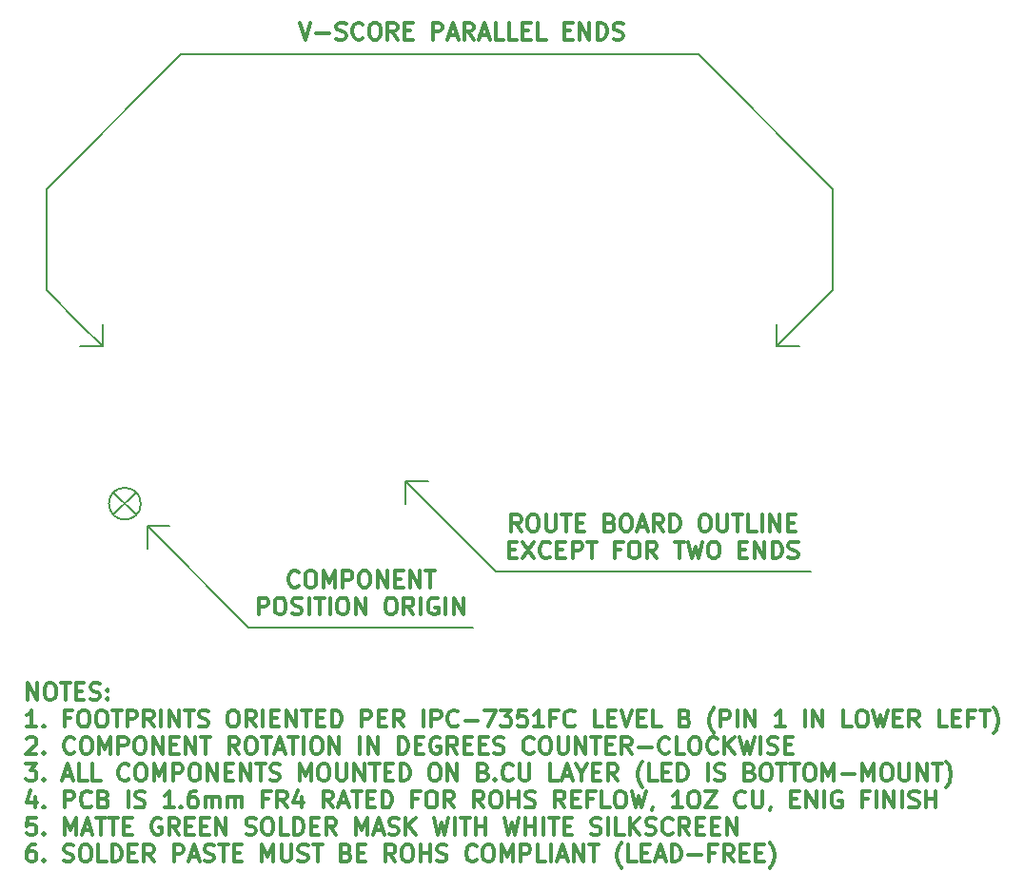
<source format=gbr>
G04 #@! TF.FileFunction,Other,Fab,Top*
%FSLAX46Y46*%
G04 Gerber Fmt 4.6, Leading zero omitted, Abs format (unit mm)*
G04 Created by KiCad (PCBNEW 4.0.2-4+6225~38~ubuntu14.04.1-stable) date Wed 22 Jun 2016 06:39:26 PM CDT*
%MOMM*%
G01*
G04 APERTURE LIST*
%ADD10C,0.100000*%
%ADD11C,0.300000*%
%ADD12C,0.200000*%
G04 APERTURE END LIST*
D10*
D11*
X30357143Y-130478571D02*
X30357143Y-128978571D01*
X31214286Y-130478571D01*
X31214286Y-128978571D01*
X32214286Y-128978571D02*
X32500000Y-128978571D01*
X32642858Y-129050000D01*
X32785715Y-129192857D01*
X32857143Y-129478571D01*
X32857143Y-129978571D01*
X32785715Y-130264286D01*
X32642858Y-130407143D01*
X32500000Y-130478571D01*
X32214286Y-130478571D01*
X32071429Y-130407143D01*
X31928572Y-130264286D01*
X31857143Y-129978571D01*
X31857143Y-129478571D01*
X31928572Y-129192857D01*
X32071429Y-129050000D01*
X32214286Y-128978571D01*
X33285715Y-128978571D02*
X34142858Y-128978571D01*
X33714287Y-130478571D02*
X33714287Y-128978571D01*
X34642858Y-129692857D02*
X35142858Y-129692857D01*
X35357144Y-130478571D02*
X34642858Y-130478571D01*
X34642858Y-128978571D01*
X35357144Y-128978571D01*
X35928572Y-130407143D02*
X36142858Y-130478571D01*
X36500001Y-130478571D01*
X36642858Y-130407143D01*
X36714287Y-130335714D01*
X36785715Y-130192857D01*
X36785715Y-130050000D01*
X36714287Y-129907143D01*
X36642858Y-129835714D01*
X36500001Y-129764286D01*
X36214287Y-129692857D01*
X36071429Y-129621429D01*
X36000001Y-129550000D01*
X35928572Y-129407143D01*
X35928572Y-129264286D01*
X36000001Y-129121429D01*
X36071429Y-129050000D01*
X36214287Y-128978571D01*
X36571429Y-128978571D01*
X36785715Y-129050000D01*
X37428572Y-130335714D02*
X37500000Y-130407143D01*
X37428572Y-130478571D01*
X37357143Y-130407143D01*
X37428572Y-130335714D01*
X37428572Y-130478571D01*
X37428572Y-129550000D02*
X37500000Y-129621429D01*
X37428572Y-129692857D01*
X37357143Y-129621429D01*
X37428572Y-129550000D01*
X37428572Y-129692857D01*
X31142857Y-132878571D02*
X30285714Y-132878571D01*
X30714286Y-132878571D02*
X30714286Y-131378571D01*
X30571429Y-131592857D01*
X30428571Y-131735714D01*
X30285714Y-131807143D01*
X31785714Y-132735714D02*
X31857142Y-132807143D01*
X31785714Y-132878571D01*
X31714285Y-132807143D01*
X31785714Y-132735714D01*
X31785714Y-132878571D01*
X34142857Y-132092857D02*
X33642857Y-132092857D01*
X33642857Y-132878571D02*
X33642857Y-131378571D01*
X34357143Y-131378571D01*
X35214285Y-131378571D02*
X35499999Y-131378571D01*
X35642857Y-131450000D01*
X35785714Y-131592857D01*
X35857142Y-131878571D01*
X35857142Y-132378571D01*
X35785714Y-132664286D01*
X35642857Y-132807143D01*
X35499999Y-132878571D01*
X35214285Y-132878571D01*
X35071428Y-132807143D01*
X34928571Y-132664286D01*
X34857142Y-132378571D01*
X34857142Y-131878571D01*
X34928571Y-131592857D01*
X35071428Y-131450000D01*
X35214285Y-131378571D01*
X36785714Y-131378571D02*
X37071428Y-131378571D01*
X37214286Y-131450000D01*
X37357143Y-131592857D01*
X37428571Y-131878571D01*
X37428571Y-132378571D01*
X37357143Y-132664286D01*
X37214286Y-132807143D01*
X37071428Y-132878571D01*
X36785714Y-132878571D01*
X36642857Y-132807143D01*
X36500000Y-132664286D01*
X36428571Y-132378571D01*
X36428571Y-131878571D01*
X36500000Y-131592857D01*
X36642857Y-131450000D01*
X36785714Y-131378571D01*
X37857143Y-131378571D02*
X38714286Y-131378571D01*
X38285715Y-132878571D02*
X38285715Y-131378571D01*
X39214286Y-132878571D02*
X39214286Y-131378571D01*
X39785714Y-131378571D01*
X39928572Y-131450000D01*
X40000000Y-131521429D01*
X40071429Y-131664286D01*
X40071429Y-131878571D01*
X40000000Y-132021429D01*
X39928572Y-132092857D01*
X39785714Y-132164286D01*
X39214286Y-132164286D01*
X41571429Y-132878571D02*
X41071429Y-132164286D01*
X40714286Y-132878571D02*
X40714286Y-131378571D01*
X41285714Y-131378571D01*
X41428572Y-131450000D01*
X41500000Y-131521429D01*
X41571429Y-131664286D01*
X41571429Y-131878571D01*
X41500000Y-132021429D01*
X41428572Y-132092857D01*
X41285714Y-132164286D01*
X40714286Y-132164286D01*
X42214286Y-132878571D02*
X42214286Y-131378571D01*
X42928572Y-132878571D02*
X42928572Y-131378571D01*
X43785715Y-132878571D01*
X43785715Y-131378571D01*
X44285715Y-131378571D02*
X45142858Y-131378571D01*
X44714287Y-132878571D02*
X44714287Y-131378571D01*
X45571429Y-132807143D02*
X45785715Y-132878571D01*
X46142858Y-132878571D01*
X46285715Y-132807143D01*
X46357144Y-132735714D01*
X46428572Y-132592857D01*
X46428572Y-132450000D01*
X46357144Y-132307143D01*
X46285715Y-132235714D01*
X46142858Y-132164286D01*
X45857144Y-132092857D01*
X45714286Y-132021429D01*
X45642858Y-131950000D01*
X45571429Y-131807143D01*
X45571429Y-131664286D01*
X45642858Y-131521429D01*
X45714286Y-131450000D01*
X45857144Y-131378571D01*
X46214286Y-131378571D01*
X46428572Y-131450000D01*
X48500000Y-131378571D02*
X48785714Y-131378571D01*
X48928572Y-131450000D01*
X49071429Y-131592857D01*
X49142857Y-131878571D01*
X49142857Y-132378571D01*
X49071429Y-132664286D01*
X48928572Y-132807143D01*
X48785714Y-132878571D01*
X48500000Y-132878571D01*
X48357143Y-132807143D01*
X48214286Y-132664286D01*
X48142857Y-132378571D01*
X48142857Y-131878571D01*
X48214286Y-131592857D01*
X48357143Y-131450000D01*
X48500000Y-131378571D01*
X50642858Y-132878571D02*
X50142858Y-132164286D01*
X49785715Y-132878571D02*
X49785715Y-131378571D01*
X50357143Y-131378571D01*
X50500001Y-131450000D01*
X50571429Y-131521429D01*
X50642858Y-131664286D01*
X50642858Y-131878571D01*
X50571429Y-132021429D01*
X50500001Y-132092857D01*
X50357143Y-132164286D01*
X49785715Y-132164286D01*
X51285715Y-132878571D02*
X51285715Y-131378571D01*
X52000001Y-132092857D02*
X52500001Y-132092857D01*
X52714287Y-132878571D02*
X52000001Y-132878571D01*
X52000001Y-131378571D01*
X52714287Y-131378571D01*
X53357144Y-132878571D02*
X53357144Y-131378571D01*
X54214287Y-132878571D01*
X54214287Y-131378571D01*
X54714287Y-131378571D02*
X55571430Y-131378571D01*
X55142859Y-132878571D02*
X55142859Y-131378571D01*
X56071430Y-132092857D02*
X56571430Y-132092857D01*
X56785716Y-132878571D02*
X56071430Y-132878571D01*
X56071430Y-131378571D01*
X56785716Y-131378571D01*
X57428573Y-132878571D02*
X57428573Y-131378571D01*
X57785716Y-131378571D01*
X58000001Y-131450000D01*
X58142859Y-131592857D01*
X58214287Y-131735714D01*
X58285716Y-132021429D01*
X58285716Y-132235714D01*
X58214287Y-132521429D01*
X58142859Y-132664286D01*
X58000001Y-132807143D01*
X57785716Y-132878571D01*
X57428573Y-132878571D01*
X60071430Y-132878571D02*
X60071430Y-131378571D01*
X60642858Y-131378571D01*
X60785716Y-131450000D01*
X60857144Y-131521429D01*
X60928573Y-131664286D01*
X60928573Y-131878571D01*
X60857144Y-132021429D01*
X60785716Y-132092857D01*
X60642858Y-132164286D01*
X60071430Y-132164286D01*
X61571430Y-132092857D02*
X62071430Y-132092857D01*
X62285716Y-132878571D02*
X61571430Y-132878571D01*
X61571430Y-131378571D01*
X62285716Y-131378571D01*
X63785716Y-132878571D02*
X63285716Y-132164286D01*
X62928573Y-132878571D02*
X62928573Y-131378571D01*
X63500001Y-131378571D01*
X63642859Y-131450000D01*
X63714287Y-131521429D01*
X63785716Y-131664286D01*
X63785716Y-131878571D01*
X63714287Y-132021429D01*
X63642859Y-132092857D01*
X63500001Y-132164286D01*
X62928573Y-132164286D01*
X65571430Y-132878571D02*
X65571430Y-131378571D01*
X66285716Y-132878571D02*
X66285716Y-131378571D01*
X66857144Y-131378571D01*
X67000002Y-131450000D01*
X67071430Y-131521429D01*
X67142859Y-131664286D01*
X67142859Y-131878571D01*
X67071430Y-132021429D01*
X67000002Y-132092857D01*
X66857144Y-132164286D01*
X66285716Y-132164286D01*
X68642859Y-132735714D02*
X68571430Y-132807143D01*
X68357144Y-132878571D01*
X68214287Y-132878571D01*
X68000002Y-132807143D01*
X67857144Y-132664286D01*
X67785716Y-132521429D01*
X67714287Y-132235714D01*
X67714287Y-132021429D01*
X67785716Y-131735714D01*
X67857144Y-131592857D01*
X68000002Y-131450000D01*
X68214287Y-131378571D01*
X68357144Y-131378571D01*
X68571430Y-131450000D01*
X68642859Y-131521429D01*
X69285716Y-132307143D02*
X70428573Y-132307143D01*
X71000002Y-131378571D02*
X72000002Y-131378571D01*
X71357145Y-132878571D01*
X72428573Y-131378571D02*
X73357144Y-131378571D01*
X72857144Y-131950000D01*
X73071430Y-131950000D01*
X73214287Y-132021429D01*
X73285716Y-132092857D01*
X73357144Y-132235714D01*
X73357144Y-132592857D01*
X73285716Y-132735714D01*
X73214287Y-132807143D01*
X73071430Y-132878571D01*
X72642858Y-132878571D01*
X72500001Y-132807143D01*
X72428573Y-132735714D01*
X74714287Y-131378571D02*
X74000001Y-131378571D01*
X73928572Y-132092857D01*
X74000001Y-132021429D01*
X74142858Y-131950000D01*
X74500001Y-131950000D01*
X74642858Y-132021429D01*
X74714287Y-132092857D01*
X74785715Y-132235714D01*
X74785715Y-132592857D01*
X74714287Y-132735714D01*
X74642858Y-132807143D01*
X74500001Y-132878571D01*
X74142858Y-132878571D01*
X74000001Y-132807143D01*
X73928572Y-132735714D01*
X76214286Y-132878571D02*
X75357143Y-132878571D01*
X75785715Y-132878571D02*
X75785715Y-131378571D01*
X75642858Y-131592857D01*
X75500000Y-131735714D01*
X75357143Y-131807143D01*
X77357143Y-132092857D02*
X76857143Y-132092857D01*
X76857143Y-132878571D02*
X76857143Y-131378571D01*
X77571429Y-131378571D01*
X79000000Y-132735714D02*
X78928571Y-132807143D01*
X78714285Y-132878571D01*
X78571428Y-132878571D01*
X78357143Y-132807143D01*
X78214285Y-132664286D01*
X78142857Y-132521429D01*
X78071428Y-132235714D01*
X78071428Y-132021429D01*
X78142857Y-131735714D01*
X78214285Y-131592857D01*
X78357143Y-131450000D01*
X78571428Y-131378571D01*
X78714285Y-131378571D01*
X78928571Y-131450000D01*
X79000000Y-131521429D01*
X81500000Y-132878571D02*
X80785714Y-132878571D01*
X80785714Y-131378571D01*
X82000000Y-132092857D02*
X82500000Y-132092857D01*
X82714286Y-132878571D02*
X82000000Y-132878571D01*
X82000000Y-131378571D01*
X82714286Y-131378571D01*
X83142857Y-131378571D02*
X83642857Y-132878571D01*
X84142857Y-131378571D01*
X84642857Y-132092857D02*
X85142857Y-132092857D01*
X85357143Y-132878571D02*
X84642857Y-132878571D01*
X84642857Y-131378571D01*
X85357143Y-131378571D01*
X86714286Y-132878571D02*
X86000000Y-132878571D01*
X86000000Y-131378571D01*
X88857143Y-132092857D02*
X89071429Y-132164286D01*
X89142857Y-132235714D01*
X89214286Y-132378571D01*
X89214286Y-132592857D01*
X89142857Y-132735714D01*
X89071429Y-132807143D01*
X88928571Y-132878571D01*
X88357143Y-132878571D01*
X88357143Y-131378571D01*
X88857143Y-131378571D01*
X89000000Y-131450000D01*
X89071429Y-131521429D01*
X89142857Y-131664286D01*
X89142857Y-131807143D01*
X89071429Y-131950000D01*
X89000000Y-132021429D01*
X88857143Y-132092857D01*
X88357143Y-132092857D01*
X91428571Y-133450000D02*
X91357143Y-133378571D01*
X91214286Y-133164286D01*
X91142857Y-133021429D01*
X91071428Y-132807143D01*
X91000000Y-132450000D01*
X91000000Y-132164286D01*
X91071428Y-131807143D01*
X91142857Y-131592857D01*
X91214286Y-131450000D01*
X91357143Y-131235714D01*
X91428571Y-131164286D01*
X92000000Y-132878571D02*
X92000000Y-131378571D01*
X92571428Y-131378571D01*
X92714286Y-131450000D01*
X92785714Y-131521429D01*
X92857143Y-131664286D01*
X92857143Y-131878571D01*
X92785714Y-132021429D01*
X92714286Y-132092857D01*
X92571428Y-132164286D01*
X92000000Y-132164286D01*
X93500000Y-132878571D02*
X93500000Y-131378571D01*
X94214286Y-132878571D02*
X94214286Y-131378571D01*
X95071429Y-132878571D01*
X95071429Y-131378571D01*
X97714286Y-132878571D02*
X96857143Y-132878571D01*
X97285715Y-132878571D02*
X97285715Y-131378571D01*
X97142858Y-131592857D01*
X97000000Y-131735714D01*
X96857143Y-131807143D01*
X99500000Y-132878571D02*
X99500000Y-131378571D01*
X100214286Y-132878571D02*
X100214286Y-131378571D01*
X101071429Y-132878571D01*
X101071429Y-131378571D01*
X103642858Y-132878571D02*
X102928572Y-132878571D01*
X102928572Y-131378571D01*
X104428572Y-131378571D02*
X104714286Y-131378571D01*
X104857144Y-131450000D01*
X105000001Y-131592857D01*
X105071429Y-131878571D01*
X105071429Y-132378571D01*
X105000001Y-132664286D01*
X104857144Y-132807143D01*
X104714286Y-132878571D01*
X104428572Y-132878571D01*
X104285715Y-132807143D01*
X104142858Y-132664286D01*
X104071429Y-132378571D01*
X104071429Y-131878571D01*
X104142858Y-131592857D01*
X104285715Y-131450000D01*
X104428572Y-131378571D01*
X105571430Y-131378571D02*
X105928573Y-132878571D01*
X106214287Y-131807143D01*
X106500001Y-132878571D01*
X106857144Y-131378571D01*
X107428573Y-132092857D02*
X107928573Y-132092857D01*
X108142859Y-132878571D02*
X107428573Y-132878571D01*
X107428573Y-131378571D01*
X108142859Y-131378571D01*
X109642859Y-132878571D02*
X109142859Y-132164286D01*
X108785716Y-132878571D02*
X108785716Y-131378571D01*
X109357144Y-131378571D01*
X109500002Y-131450000D01*
X109571430Y-131521429D01*
X109642859Y-131664286D01*
X109642859Y-131878571D01*
X109571430Y-132021429D01*
X109500002Y-132092857D01*
X109357144Y-132164286D01*
X108785716Y-132164286D01*
X112142859Y-132878571D02*
X111428573Y-132878571D01*
X111428573Y-131378571D01*
X112642859Y-132092857D02*
X113142859Y-132092857D01*
X113357145Y-132878571D02*
X112642859Y-132878571D01*
X112642859Y-131378571D01*
X113357145Y-131378571D01*
X114500002Y-132092857D02*
X114000002Y-132092857D01*
X114000002Y-132878571D02*
X114000002Y-131378571D01*
X114714288Y-131378571D01*
X115071430Y-131378571D02*
X115928573Y-131378571D01*
X115500002Y-132878571D02*
X115500002Y-131378571D01*
X116285716Y-133450000D02*
X116357144Y-133378571D01*
X116500001Y-133164286D01*
X116571430Y-133021429D01*
X116642859Y-132807143D01*
X116714287Y-132450000D01*
X116714287Y-132164286D01*
X116642859Y-131807143D01*
X116571430Y-131592857D01*
X116500001Y-131450000D01*
X116357144Y-131235714D01*
X116285716Y-131164286D01*
X30285714Y-133921429D02*
X30357143Y-133850000D01*
X30500000Y-133778571D01*
X30857143Y-133778571D01*
X31000000Y-133850000D01*
X31071429Y-133921429D01*
X31142857Y-134064286D01*
X31142857Y-134207143D01*
X31071429Y-134421429D01*
X30214286Y-135278571D01*
X31142857Y-135278571D01*
X31785714Y-135135714D02*
X31857142Y-135207143D01*
X31785714Y-135278571D01*
X31714285Y-135207143D01*
X31785714Y-135135714D01*
X31785714Y-135278571D01*
X34500000Y-135135714D02*
X34428571Y-135207143D01*
X34214285Y-135278571D01*
X34071428Y-135278571D01*
X33857143Y-135207143D01*
X33714285Y-135064286D01*
X33642857Y-134921429D01*
X33571428Y-134635714D01*
X33571428Y-134421429D01*
X33642857Y-134135714D01*
X33714285Y-133992857D01*
X33857143Y-133850000D01*
X34071428Y-133778571D01*
X34214285Y-133778571D01*
X34428571Y-133850000D01*
X34500000Y-133921429D01*
X35428571Y-133778571D02*
X35714285Y-133778571D01*
X35857143Y-133850000D01*
X36000000Y-133992857D01*
X36071428Y-134278571D01*
X36071428Y-134778571D01*
X36000000Y-135064286D01*
X35857143Y-135207143D01*
X35714285Y-135278571D01*
X35428571Y-135278571D01*
X35285714Y-135207143D01*
X35142857Y-135064286D01*
X35071428Y-134778571D01*
X35071428Y-134278571D01*
X35142857Y-133992857D01*
X35285714Y-133850000D01*
X35428571Y-133778571D01*
X36714286Y-135278571D02*
X36714286Y-133778571D01*
X37214286Y-134850000D01*
X37714286Y-133778571D01*
X37714286Y-135278571D01*
X38428572Y-135278571D02*
X38428572Y-133778571D01*
X39000000Y-133778571D01*
X39142858Y-133850000D01*
X39214286Y-133921429D01*
X39285715Y-134064286D01*
X39285715Y-134278571D01*
X39214286Y-134421429D01*
X39142858Y-134492857D01*
X39000000Y-134564286D01*
X38428572Y-134564286D01*
X40214286Y-133778571D02*
X40500000Y-133778571D01*
X40642858Y-133850000D01*
X40785715Y-133992857D01*
X40857143Y-134278571D01*
X40857143Y-134778571D01*
X40785715Y-135064286D01*
X40642858Y-135207143D01*
X40500000Y-135278571D01*
X40214286Y-135278571D01*
X40071429Y-135207143D01*
X39928572Y-135064286D01*
X39857143Y-134778571D01*
X39857143Y-134278571D01*
X39928572Y-133992857D01*
X40071429Y-133850000D01*
X40214286Y-133778571D01*
X41500001Y-135278571D02*
X41500001Y-133778571D01*
X42357144Y-135278571D01*
X42357144Y-133778571D01*
X43071430Y-134492857D02*
X43571430Y-134492857D01*
X43785716Y-135278571D02*
X43071430Y-135278571D01*
X43071430Y-133778571D01*
X43785716Y-133778571D01*
X44428573Y-135278571D02*
X44428573Y-133778571D01*
X45285716Y-135278571D01*
X45285716Y-133778571D01*
X45785716Y-133778571D02*
X46642859Y-133778571D01*
X46214288Y-135278571D02*
X46214288Y-133778571D01*
X49142859Y-135278571D02*
X48642859Y-134564286D01*
X48285716Y-135278571D02*
X48285716Y-133778571D01*
X48857144Y-133778571D01*
X49000002Y-133850000D01*
X49071430Y-133921429D01*
X49142859Y-134064286D01*
X49142859Y-134278571D01*
X49071430Y-134421429D01*
X49000002Y-134492857D01*
X48857144Y-134564286D01*
X48285716Y-134564286D01*
X50071430Y-133778571D02*
X50357144Y-133778571D01*
X50500002Y-133850000D01*
X50642859Y-133992857D01*
X50714287Y-134278571D01*
X50714287Y-134778571D01*
X50642859Y-135064286D01*
X50500002Y-135207143D01*
X50357144Y-135278571D01*
X50071430Y-135278571D01*
X49928573Y-135207143D01*
X49785716Y-135064286D01*
X49714287Y-134778571D01*
X49714287Y-134278571D01*
X49785716Y-133992857D01*
X49928573Y-133850000D01*
X50071430Y-133778571D01*
X51142859Y-133778571D02*
X52000002Y-133778571D01*
X51571431Y-135278571D02*
X51571431Y-133778571D01*
X52428573Y-134850000D02*
X53142859Y-134850000D01*
X52285716Y-135278571D02*
X52785716Y-133778571D01*
X53285716Y-135278571D01*
X53571430Y-133778571D02*
X54428573Y-133778571D01*
X54000002Y-135278571D02*
X54000002Y-133778571D01*
X54928573Y-135278571D02*
X54928573Y-133778571D01*
X55928573Y-133778571D02*
X56214287Y-133778571D01*
X56357145Y-133850000D01*
X56500002Y-133992857D01*
X56571430Y-134278571D01*
X56571430Y-134778571D01*
X56500002Y-135064286D01*
X56357145Y-135207143D01*
X56214287Y-135278571D01*
X55928573Y-135278571D01*
X55785716Y-135207143D01*
X55642859Y-135064286D01*
X55571430Y-134778571D01*
X55571430Y-134278571D01*
X55642859Y-133992857D01*
X55785716Y-133850000D01*
X55928573Y-133778571D01*
X57214288Y-135278571D02*
X57214288Y-133778571D01*
X58071431Y-135278571D01*
X58071431Y-133778571D01*
X59928574Y-135278571D02*
X59928574Y-133778571D01*
X60642860Y-135278571D02*
X60642860Y-133778571D01*
X61500003Y-135278571D01*
X61500003Y-133778571D01*
X63357146Y-135278571D02*
X63357146Y-133778571D01*
X63714289Y-133778571D01*
X63928574Y-133850000D01*
X64071432Y-133992857D01*
X64142860Y-134135714D01*
X64214289Y-134421429D01*
X64214289Y-134635714D01*
X64142860Y-134921429D01*
X64071432Y-135064286D01*
X63928574Y-135207143D01*
X63714289Y-135278571D01*
X63357146Y-135278571D01*
X64857146Y-134492857D02*
X65357146Y-134492857D01*
X65571432Y-135278571D02*
X64857146Y-135278571D01*
X64857146Y-133778571D01*
X65571432Y-133778571D01*
X67000003Y-133850000D02*
X66857146Y-133778571D01*
X66642860Y-133778571D01*
X66428575Y-133850000D01*
X66285717Y-133992857D01*
X66214289Y-134135714D01*
X66142860Y-134421429D01*
X66142860Y-134635714D01*
X66214289Y-134921429D01*
X66285717Y-135064286D01*
X66428575Y-135207143D01*
X66642860Y-135278571D01*
X66785717Y-135278571D01*
X67000003Y-135207143D01*
X67071432Y-135135714D01*
X67071432Y-134635714D01*
X66785717Y-134635714D01*
X68571432Y-135278571D02*
X68071432Y-134564286D01*
X67714289Y-135278571D02*
X67714289Y-133778571D01*
X68285717Y-133778571D01*
X68428575Y-133850000D01*
X68500003Y-133921429D01*
X68571432Y-134064286D01*
X68571432Y-134278571D01*
X68500003Y-134421429D01*
X68428575Y-134492857D01*
X68285717Y-134564286D01*
X67714289Y-134564286D01*
X69214289Y-134492857D02*
X69714289Y-134492857D01*
X69928575Y-135278571D02*
X69214289Y-135278571D01*
X69214289Y-133778571D01*
X69928575Y-133778571D01*
X70571432Y-134492857D02*
X71071432Y-134492857D01*
X71285718Y-135278571D02*
X70571432Y-135278571D01*
X70571432Y-133778571D01*
X71285718Y-133778571D01*
X71857146Y-135207143D02*
X72071432Y-135278571D01*
X72428575Y-135278571D01*
X72571432Y-135207143D01*
X72642861Y-135135714D01*
X72714289Y-134992857D01*
X72714289Y-134850000D01*
X72642861Y-134707143D01*
X72571432Y-134635714D01*
X72428575Y-134564286D01*
X72142861Y-134492857D01*
X72000003Y-134421429D01*
X71928575Y-134350000D01*
X71857146Y-134207143D01*
X71857146Y-134064286D01*
X71928575Y-133921429D01*
X72000003Y-133850000D01*
X72142861Y-133778571D01*
X72500003Y-133778571D01*
X72714289Y-133850000D01*
X75357146Y-135135714D02*
X75285717Y-135207143D01*
X75071431Y-135278571D01*
X74928574Y-135278571D01*
X74714289Y-135207143D01*
X74571431Y-135064286D01*
X74500003Y-134921429D01*
X74428574Y-134635714D01*
X74428574Y-134421429D01*
X74500003Y-134135714D01*
X74571431Y-133992857D01*
X74714289Y-133850000D01*
X74928574Y-133778571D01*
X75071431Y-133778571D01*
X75285717Y-133850000D01*
X75357146Y-133921429D01*
X76285717Y-133778571D02*
X76571431Y-133778571D01*
X76714289Y-133850000D01*
X76857146Y-133992857D01*
X76928574Y-134278571D01*
X76928574Y-134778571D01*
X76857146Y-135064286D01*
X76714289Y-135207143D01*
X76571431Y-135278571D01*
X76285717Y-135278571D01*
X76142860Y-135207143D01*
X76000003Y-135064286D01*
X75928574Y-134778571D01*
X75928574Y-134278571D01*
X76000003Y-133992857D01*
X76142860Y-133850000D01*
X76285717Y-133778571D01*
X77571432Y-133778571D02*
X77571432Y-134992857D01*
X77642860Y-135135714D01*
X77714289Y-135207143D01*
X77857146Y-135278571D01*
X78142860Y-135278571D01*
X78285718Y-135207143D01*
X78357146Y-135135714D01*
X78428575Y-134992857D01*
X78428575Y-133778571D01*
X79142861Y-135278571D02*
X79142861Y-133778571D01*
X80000004Y-135278571D01*
X80000004Y-133778571D01*
X80500004Y-133778571D02*
X81357147Y-133778571D01*
X80928576Y-135278571D02*
X80928576Y-133778571D01*
X81857147Y-134492857D02*
X82357147Y-134492857D01*
X82571433Y-135278571D02*
X81857147Y-135278571D01*
X81857147Y-133778571D01*
X82571433Y-133778571D01*
X84071433Y-135278571D02*
X83571433Y-134564286D01*
X83214290Y-135278571D02*
X83214290Y-133778571D01*
X83785718Y-133778571D01*
X83928576Y-133850000D01*
X84000004Y-133921429D01*
X84071433Y-134064286D01*
X84071433Y-134278571D01*
X84000004Y-134421429D01*
X83928576Y-134492857D01*
X83785718Y-134564286D01*
X83214290Y-134564286D01*
X84714290Y-134707143D02*
X85857147Y-134707143D01*
X87428576Y-135135714D02*
X87357147Y-135207143D01*
X87142861Y-135278571D01*
X87000004Y-135278571D01*
X86785719Y-135207143D01*
X86642861Y-135064286D01*
X86571433Y-134921429D01*
X86500004Y-134635714D01*
X86500004Y-134421429D01*
X86571433Y-134135714D01*
X86642861Y-133992857D01*
X86785719Y-133850000D01*
X87000004Y-133778571D01*
X87142861Y-133778571D01*
X87357147Y-133850000D01*
X87428576Y-133921429D01*
X88785719Y-135278571D02*
X88071433Y-135278571D01*
X88071433Y-133778571D01*
X89571433Y-133778571D02*
X89857147Y-133778571D01*
X90000005Y-133850000D01*
X90142862Y-133992857D01*
X90214290Y-134278571D01*
X90214290Y-134778571D01*
X90142862Y-135064286D01*
X90000005Y-135207143D01*
X89857147Y-135278571D01*
X89571433Y-135278571D01*
X89428576Y-135207143D01*
X89285719Y-135064286D01*
X89214290Y-134778571D01*
X89214290Y-134278571D01*
X89285719Y-133992857D01*
X89428576Y-133850000D01*
X89571433Y-133778571D01*
X91714291Y-135135714D02*
X91642862Y-135207143D01*
X91428576Y-135278571D01*
X91285719Y-135278571D01*
X91071434Y-135207143D01*
X90928576Y-135064286D01*
X90857148Y-134921429D01*
X90785719Y-134635714D01*
X90785719Y-134421429D01*
X90857148Y-134135714D01*
X90928576Y-133992857D01*
X91071434Y-133850000D01*
X91285719Y-133778571D01*
X91428576Y-133778571D01*
X91642862Y-133850000D01*
X91714291Y-133921429D01*
X92357148Y-135278571D02*
X92357148Y-133778571D01*
X93214291Y-135278571D02*
X92571434Y-134421429D01*
X93214291Y-133778571D02*
X92357148Y-134635714D01*
X93714291Y-133778571D02*
X94071434Y-135278571D01*
X94357148Y-134207143D01*
X94642862Y-135278571D01*
X95000005Y-133778571D01*
X95571434Y-135278571D02*
X95571434Y-133778571D01*
X96214291Y-135207143D02*
X96428577Y-135278571D01*
X96785720Y-135278571D01*
X96928577Y-135207143D01*
X97000006Y-135135714D01*
X97071434Y-134992857D01*
X97071434Y-134850000D01*
X97000006Y-134707143D01*
X96928577Y-134635714D01*
X96785720Y-134564286D01*
X96500006Y-134492857D01*
X96357148Y-134421429D01*
X96285720Y-134350000D01*
X96214291Y-134207143D01*
X96214291Y-134064286D01*
X96285720Y-133921429D01*
X96357148Y-133850000D01*
X96500006Y-133778571D01*
X96857148Y-133778571D01*
X97071434Y-133850000D01*
X97714291Y-134492857D02*
X98214291Y-134492857D01*
X98428577Y-135278571D02*
X97714291Y-135278571D01*
X97714291Y-133778571D01*
X98428577Y-133778571D01*
X30214286Y-136178571D02*
X31142857Y-136178571D01*
X30642857Y-136750000D01*
X30857143Y-136750000D01*
X31000000Y-136821429D01*
X31071429Y-136892857D01*
X31142857Y-137035714D01*
X31142857Y-137392857D01*
X31071429Y-137535714D01*
X31000000Y-137607143D01*
X30857143Y-137678571D01*
X30428571Y-137678571D01*
X30285714Y-137607143D01*
X30214286Y-137535714D01*
X31785714Y-137535714D02*
X31857142Y-137607143D01*
X31785714Y-137678571D01*
X31714285Y-137607143D01*
X31785714Y-137535714D01*
X31785714Y-137678571D01*
X33571428Y-137250000D02*
X34285714Y-137250000D01*
X33428571Y-137678571D02*
X33928571Y-136178571D01*
X34428571Y-137678571D01*
X35642857Y-137678571D02*
X34928571Y-137678571D01*
X34928571Y-136178571D01*
X36857143Y-137678571D02*
X36142857Y-137678571D01*
X36142857Y-136178571D01*
X39357143Y-137535714D02*
X39285714Y-137607143D01*
X39071428Y-137678571D01*
X38928571Y-137678571D01*
X38714286Y-137607143D01*
X38571428Y-137464286D01*
X38500000Y-137321429D01*
X38428571Y-137035714D01*
X38428571Y-136821429D01*
X38500000Y-136535714D01*
X38571428Y-136392857D01*
X38714286Y-136250000D01*
X38928571Y-136178571D01*
X39071428Y-136178571D01*
X39285714Y-136250000D01*
X39357143Y-136321429D01*
X40285714Y-136178571D02*
X40571428Y-136178571D01*
X40714286Y-136250000D01*
X40857143Y-136392857D01*
X40928571Y-136678571D01*
X40928571Y-137178571D01*
X40857143Y-137464286D01*
X40714286Y-137607143D01*
X40571428Y-137678571D01*
X40285714Y-137678571D01*
X40142857Y-137607143D01*
X40000000Y-137464286D01*
X39928571Y-137178571D01*
X39928571Y-136678571D01*
X40000000Y-136392857D01*
X40142857Y-136250000D01*
X40285714Y-136178571D01*
X41571429Y-137678571D02*
X41571429Y-136178571D01*
X42071429Y-137250000D01*
X42571429Y-136178571D01*
X42571429Y-137678571D01*
X43285715Y-137678571D02*
X43285715Y-136178571D01*
X43857143Y-136178571D01*
X44000001Y-136250000D01*
X44071429Y-136321429D01*
X44142858Y-136464286D01*
X44142858Y-136678571D01*
X44071429Y-136821429D01*
X44000001Y-136892857D01*
X43857143Y-136964286D01*
X43285715Y-136964286D01*
X45071429Y-136178571D02*
X45357143Y-136178571D01*
X45500001Y-136250000D01*
X45642858Y-136392857D01*
X45714286Y-136678571D01*
X45714286Y-137178571D01*
X45642858Y-137464286D01*
X45500001Y-137607143D01*
X45357143Y-137678571D01*
X45071429Y-137678571D01*
X44928572Y-137607143D01*
X44785715Y-137464286D01*
X44714286Y-137178571D01*
X44714286Y-136678571D01*
X44785715Y-136392857D01*
X44928572Y-136250000D01*
X45071429Y-136178571D01*
X46357144Y-137678571D02*
X46357144Y-136178571D01*
X47214287Y-137678571D01*
X47214287Y-136178571D01*
X47928573Y-136892857D02*
X48428573Y-136892857D01*
X48642859Y-137678571D02*
X47928573Y-137678571D01*
X47928573Y-136178571D01*
X48642859Y-136178571D01*
X49285716Y-137678571D02*
X49285716Y-136178571D01*
X50142859Y-137678571D01*
X50142859Y-136178571D01*
X50642859Y-136178571D02*
X51500002Y-136178571D01*
X51071431Y-137678571D02*
X51071431Y-136178571D01*
X51928573Y-137607143D02*
X52142859Y-137678571D01*
X52500002Y-137678571D01*
X52642859Y-137607143D01*
X52714288Y-137535714D01*
X52785716Y-137392857D01*
X52785716Y-137250000D01*
X52714288Y-137107143D01*
X52642859Y-137035714D01*
X52500002Y-136964286D01*
X52214288Y-136892857D01*
X52071430Y-136821429D01*
X52000002Y-136750000D01*
X51928573Y-136607143D01*
X51928573Y-136464286D01*
X52000002Y-136321429D01*
X52071430Y-136250000D01*
X52214288Y-136178571D01*
X52571430Y-136178571D01*
X52785716Y-136250000D01*
X54571430Y-137678571D02*
X54571430Y-136178571D01*
X55071430Y-137250000D01*
X55571430Y-136178571D01*
X55571430Y-137678571D01*
X56571430Y-136178571D02*
X56857144Y-136178571D01*
X57000002Y-136250000D01*
X57142859Y-136392857D01*
X57214287Y-136678571D01*
X57214287Y-137178571D01*
X57142859Y-137464286D01*
X57000002Y-137607143D01*
X56857144Y-137678571D01*
X56571430Y-137678571D01*
X56428573Y-137607143D01*
X56285716Y-137464286D01*
X56214287Y-137178571D01*
X56214287Y-136678571D01*
X56285716Y-136392857D01*
X56428573Y-136250000D01*
X56571430Y-136178571D01*
X57857145Y-136178571D02*
X57857145Y-137392857D01*
X57928573Y-137535714D01*
X58000002Y-137607143D01*
X58142859Y-137678571D01*
X58428573Y-137678571D01*
X58571431Y-137607143D01*
X58642859Y-137535714D01*
X58714288Y-137392857D01*
X58714288Y-136178571D01*
X59428574Y-137678571D02*
X59428574Y-136178571D01*
X60285717Y-137678571D01*
X60285717Y-136178571D01*
X60785717Y-136178571D02*
X61642860Y-136178571D01*
X61214289Y-137678571D02*
X61214289Y-136178571D01*
X62142860Y-136892857D02*
X62642860Y-136892857D01*
X62857146Y-137678571D02*
X62142860Y-137678571D01*
X62142860Y-136178571D01*
X62857146Y-136178571D01*
X63500003Y-137678571D02*
X63500003Y-136178571D01*
X63857146Y-136178571D01*
X64071431Y-136250000D01*
X64214289Y-136392857D01*
X64285717Y-136535714D01*
X64357146Y-136821429D01*
X64357146Y-137035714D01*
X64285717Y-137321429D01*
X64214289Y-137464286D01*
X64071431Y-137607143D01*
X63857146Y-137678571D01*
X63500003Y-137678571D01*
X66428574Y-136178571D02*
X66714288Y-136178571D01*
X66857146Y-136250000D01*
X67000003Y-136392857D01*
X67071431Y-136678571D01*
X67071431Y-137178571D01*
X67000003Y-137464286D01*
X66857146Y-137607143D01*
X66714288Y-137678571D01*
X66428574Y-137678571D01*
X66285717Y-137607143D01*
X66142860Y-137464286D01*
X66071431Y-137178571D01*
X66071431Y-136678571D01*
X66142860Y-136392857D01*
X66285717Y-136250000D01*
X66428574Y-136178571D01*
X67714289Y-137678571D02*
X67714289Y-136178571D01*
X68571432Y-137678571D01*
X68571432Y-136178571D01*
X70928575Y-136892857D02*
X71142861Y-136964286D01*
X71214289Y-137035714D01*
X71285718Y-137178571D01*
X71285718Y-137392857D01*
X71214289Y-137535714D01*
X71142861Y-137607143D01*
X71000003Y-137678571D01*
X70428575Y-137678571D01*
X70428575Y-136178571D01*
X70928575Y-136178571D01*
X71071432Y-136250000D01*
X71142861Y-136321429D01*
X71214289Y-136464286D01*
X71214289Y-136607143D01*
X71142861Y-136750000D01*
X71071432Y-136821429D01*
X70928575Y-136892857D01*
X70428575Y-136892857D01*
X71928575Y-137535714D02*
X72000003Y-137607143D01*
X71928575Y-137678571D01*
X71857146Y-137607143D01*
X71928575Y-137535714D01*
X71928575Y-137678571D01*
X73500004Y-137535714D02*
X73428575Y-137607143D01*
X73214289Y-137678571D01*
X73071432Y-137678571D01*
X72857147Y-137607143D01*
X72714289Y-137464286D01*
X72642861Y-137321429D01*
X72571432Y-137035714D01*
X72571432Y-136821429D01*
X72642861Y-136535714D01*
X72714289Y-136392857D01*
X72857147Y-136250000D01*
X73071432Y-136178571D01*
X73214289Y-136178571D01*
X73428575Y-136250000D01*
X73500004Y-136321429D01*
X74142861Y-136178571D02*
X74142861Y-137392857D01*
X74214289Y-137535714D01*
X74285718Y-137607143D01*
X74428575Y-137678571D01*
X74714289Y-137678571D01*
X74857147Y-137607143D01*
X74928575Y-137535714D01*
X75000004Y-137392857D01*
X75000004Y-136178571D01*
X77571433Y-137678571D02*
X76857147Y-137678571D01*
X76857147Y-136178571D01*
X78000004Y-137250000D02*
X78714290Y-137250000D01*
X77857147Y-137678571D02*
X78357147Y-136178571D01*
X78857147Y-137678571D01*
X79642861Y-136964286D02*
X79642861Y-137678571D01*
X79142861Y-136178571D02*
X79642861Y-136964286D01*
X80142861Y-136178571D01*
X80642861Y-136892857D02*
X81142861Y-136892857D01*
X81357147Y-137678571D02*
X80642861Y-137678571D01*
X80642861Y-136178571D01*
X81357147Y-136178571D01*
X82857147Y-137678571D02*
X82357147Y-136964286D01*
X82000004Y-137678571D02*
X82000004Y-136178571D01*
X82571432Y-136178571D01*
X82714290Y-136250000D01*
X82785718Y-136321429D01*
X82857147Y-136464286D01*
X82857147Y-136678571D01*
X82785718Y-136821429D01*
X82714290Y-136892857D01*
X82571432Y-136964286D01*
X82000004Y-136964286D01*
X85071432Y-138250000D02*
X85000004Y-138178571D01*
X84857147Y-137964286D01*
X84785718Y-137821429D01*
X84714289Y-137607143D01*
X84642861Y-137250000D01*
X84642861Y-136964286D01*
X84714289Y-136607143D01*
X84785718Y-136392857D01*
X84857147Y-136250000D01*
X85000004Y-136035714D01*
X85071432Y-135964286D01*
X86357147Y-137678571D02*
X85642861Y-137678571D01*
X85642861Y-136178571D01*
X86857147Y-136892857D02*
X87357147Y-136892857D01*
X87571433Y-137678571D02*
X86857147Y-137678571D01*
X86857147Y-136178571D01*
X87571433Y-136178571D01*
X88214290Y-137678571D02*
X88214290Y-136178571D01*
X88571433Y-136178571D01*
X88785718Y-136250000D01*
X88928576Y-136392857D01*
X89000004Y-136535714D01*
X89071433Y-136821429D01*
X89071433Y-137035714D01*
X89000004Y-137321429D01*
X88928576Y-137464286D01*
X88785718Y-137607143D01*
X88571433Y-137678571D01*
X88214290Y-137678571D01*
X90857147Y-137678571D02*
X90857147Y-136178571D01*
X91500004Y-137607143D02*
X91714290Y-137678571D01*
X92071433Y-137678571D01*
X92214290Y-137607143D01*
X92285719Y-137535714D01*
X92357147Y-137392857D01*
X92357147Y-137250000D01*
X92285719Y-137107143D01*
X92214290Y-137035714D01*
X92071433Y-136964286D01*
X91785719Y-136892857D01*
X91642861Y-136821429D01*
X91571433Y-136750000D01*
X91500004Y-136607143D01*
X91500004Y-136464286D01*
X91571433Y-136321429D01*
X91642861Y-136250000D01*
X91785719Y-136178571D01*
X92142861Y-136178571D01*
X92357147Y-136250000D01*
X94642861Y-136892857D02*
X94857147Y-136964286D01*
X94928575Y-137035714D01*
X95000004Y-137178571D01*
X95000004Y-137392857D01*
X94928575Y-137535714D01*
X94857147Y-137607143D01*
X94714289Y-137678571D01*
X94142861Y-137678571D01*
X94142861Y-136178571D01*
X94642861Y-136178571D01*
X94785718Y-136250000D01*
X94857147Y-136321429D01*
X94928575Y-136464286D01*
X94928575Y-136607143D01*
X94857147Y-136750000D01*
X94785718Y-136821429D01*
X94642861Y-136892857D01*
X94142861Y-136892857D01*
X95928575Y-136178571D02*
X96214289Y-136178571D01*
X96357147Y-136250000D01*
X96500004Y-136392857D01*
X96571432Y-136678571D01*
X96571432Y-137178571D01*
X96500004Y-137464286D01*
X96357147Y-137607143D01*
X96214289Y-137678571D01*
X95928575Y-137678571D01*
X95785718Y-137607143D01*
X95642861Y-137464286D01*
X95571432Y-137178571D01*
X95571432Y-136678571D01*
X95642861Y-136392857D01*
X95785718Y-136250000D01*
X95928575Y-136178571D01*
X97000004Y-136178571D02*
X97857147Y-136178571D01*
X97428576Y-137678571D02*
X97428576Y-136178571D01*
X98142861Y-136178571D02*
X99000004Y-136178571D01*
X98571433Y-137678571D02*
X98571433Y-136178571D01*
X99785718Y-136178571D02*
X100071432Y-136178571D01*
X100214290Y-136250000D01*
X100357147Y-136392857D01*
X100428575Y-136678571D01*
X100428575Y-137178571D01*
X100357147Y-137464286D01*
X100214290Y-137607143D01*
X100071432Y-137678571D01*
X99785718Y-137678571D01*
X99642861Y-137607143D01*
X99500004Y-137464286D01*
X99428575Y-137178571D01*
X99428575Y-136678571D01*
X99500004Y-136392857D01*
X99642861Y-136250000D01*
X99785718Y-136178571D01*
X101071433Y-137678571D02*
X101071433Y-136178571D01*
X101571433Y-137250000D01*
X102071433Y-136178571D01*
X102071433Y-137678571D01*
X102785719Y-137107143D02*
X103928576Y-137107143D01*
X104642862Y-137678571D02*
X104642862Y-136178571D01*
X105142862Y-137250000D01*
X105642862Y-136178571D01*
X105642862Y-137678571D01*
X106642862Y-136178571D02*
X106928576Y-136178571D01*
X107071434Y-136250000D01*
X107214291Y-136392857D01*
X107285719Y-136678571D01*
X107285719Y-137178571D01*
X107214291Y-137464286D01*
X107071434Y-137607143D01*
X106928576Y-137678571D01*
X106642862Y-137678571D01*
X106500005Y-137607143D01*
X106357148Y-137464286D01*
X106285719Y-137178571D01*
X106285719Y-136678571D01*
X106357148Y-136392857D01*
X106500005Y-136250000D01*
X106642862Y-136178571D01*
X107928577Y-136178571D02*
X107928577Y-137392857D01*
X108000005Y-137535714D01*
X108071434Y-137607143D01*
X108214291Y-137678571D01*
X108500005Y-137678571D01*
X108642863Y-137607143D01*
X108714291Y-137535714D01*
X108785720Y-137392857D01*
X108785720Y-136178571D01*
X109500006Y-137678571D02*
X109500006Y-136178571D01*
X110357149Y-137678571D01*
X110357149Y-136178571D01*
X110857149Y-136178571D02*
X111714292Y-136178571D01*
X111285721Y-137678571D02*
X111285721Y-136178571D01*
X112071435Y-138250000D02*
X112142863Y-138178571D01*
X112285720Y-137964286D01*
X112357149Y-137821429D01*
X112428578Y-137607143D01*
X112500006Y-137250000D01*
X112500006Y-136964286D01*
X112428578Y-136607143D01*
X112357149Y-136392857D01*
X112285720Y-136250000D01*
X112142863Y-136035714D01*
X112071435Y-135964286D01*
X31000000Y-139078571D02*
X31000000Y-140078571D01*
X30642857Y-138507143D02*
X30285714Y-139578571D01*
X31214286Y-139578571D01*
X31785714Y-139935714D02*
X31857142Y-140007143D01*
X31785714Y-140078571D01*
X31714285Y-140007143D01*
X31785714Y-139935714D01*
X31785714Y-140078571D01*
X33642857Y-140078571D02*
X33642857Y-138578571D01*
X34214285Y-138578571D01*
X34357143Y-138650000D01*
X34428571Y-138721429D01*
X34500000Y-138864286D01*
X34500000Y-139078571D01*
X34428571Y-139221429D01*
X34357143Y-139292857D01*
X34214285Y-139364286D01*
X33642857Y-139364286D01*
X36000000Y-139935714D02*
X35928571Y-140007143D01*
X35714285Y-140078571D01*
X35571428Y-140078571D01*
X35357143Y-140007143D01*
X35214285Y-139864286D01*
X35142857Y-139721429D01*
X35071428Y-139435714D01*
X35071428Y-139221429D01*
X35142857Y-138935714D01*
X35214285Y-138792857D01*
X35357143Y-138650000D01*
X35571428Y-138578571D01*
X35714285Y-138578571D01*
X35928571Y-138650000D01*
X36000000Y-138721429D01*
X37142857Y-139292857D02*
X37357143Y-139364286D01*
X37428571Y-139435714D01*
X37500000Y-139578571D01*
X37500000Y-139792857D01*
X37428571Y-139935714D01*
X37357143Y-140007143D01*
X37214285Y-140078571D01*
X36642857Y-140078571D01*
X36642857Y-138578571D01*
X37142857Y-138578571D01*
X37285714Y-138650000D01*
X37357143Y-138721429D01*
X37428571Y-138864286D01*
X37428571Y-139007143D01*
X37357143Y-139150000D01*
X37285714Y-139221429D01*
X37142857Y-139292857D01*
X36642857Y-139292857D01*
X39285714Y-140078571D02*
X39285714Y-138578571D01*
X39928571Y-140007143D02*
X40142857Y-140078571D01*
X40500000Y-140078571D01*
X40642857Y-140007143D01*
X40714286Y-139935714D01*
X40785714Y-139792857D01*
X40785714Y-139650000D01*
X40714286Y-139507143D01*
X40642857Y-139435714D01*
X40500000Y-139364286D01*
X40214286Y-139292857D01*
X40071428Y-139221429D01*
X40000000Y-139150000D01*
X39928571Y-139007143D01*
X39928571Y-138864286D01*
X40000000Y-138721429D01*
X40071428Y-138650000D01*
X40214286Y-138578571D01*
X40571428Y-138578571D01*
X40785714Y-138650000D01*
X43357142Y-140078571D02*
X42499999Y-140078571D01*
X42928571Y-140078571D02*
X42928571Y-138578571D01*
X42785714Y-138792857D01*
X42642856Y-138935714D01*
X42499999Y-139007143D01*
X43999999Y-139935714D02*
X44071427Y-140007143D01*
X43999999Y-140078571D01*
X43928570Y-140007143D01*
X43999999Y-139935714D01*
X43999999Y-140078571D01*
X45357142Y-138578571D02*
X45071428Y-138578571D01*
X44928571Y-138650000D01*
X44857142Y-138721429D01*
X44714285Y-138935714D01*
X44642856Y-139221429D01*
X44642856Y-139792857D01*
X44714285Y-139935714D01*
X44785713Y-140007143D01*
X44928571Y-140078571D01*
X45214285Y-140078571D01*
X45357142Y-140007143D01*
X45428571Y-139935714D01*
X45499999Y-139792857D01*
X45499999Y-139435714D01*
X45428571Y-139292857D01*
X45357142Y-139221429D01*
X45214285Y-139150000D01*
X44928571Y-139150000D01*
X44785713Y-139221429D01*
X44714285Y-139292857D01*
X44642856Y-139435714D01*
X46142856Y-140078571D02*
X46142856Y-139078571D01*
X46142856Y-139221429D02*
X46214284Y-139150000D01*
X46357142Y-139078571D01*
X46571427Y-139078571D01*
X46714284Y-139150000D01*
X46785713Y-139292857D01*
X46785713Y-140078571D01*
X46785713Y-139292857D02*
X46857142Y-139150000D01*
X46999999Y-139078571D01*
X47214284Y-139078571D01*
X47357142Y-139150000D01*
X47428570Y-139292857D01*
X47428570Y-140078571D01*
X48142856Y-140078571D02*
X48142856Y-139078571D01*
X48142856Y-139221429D02*
X48214284Y-139150000D01*
X48357142Y-139078571D01*
X48571427Y-139078571D01*
X48714284Y-139150000D01*
X48785713Y-139292857D01*
X48785713Y-140078571D01*
X48785713Y-139292857D02*
X48857142Y-139150000D01*
X48999999Y-139078571D01*
X49214284Y-139078571D01*
X49357142Y-139150000D01*
X49428570Y-139292857D01*
X49428570Y-140078571D01*
X51785713Y-139292857D02*
X51285713Y-139292857D01*
X51285713Y-140078571D02*
X51285713Y-138578571D01*
X51999999Y-138578571D01*
X53428570Y-140078571D02*
X52928570Y-139364286D01*
X52571427Y-140078571D02*
X52571427Y-138578571D01*
X53142855Y-138578571D01*
X53285713Y-138650000D01*
X53357141Y-138721429D01*
X53428570Y-138864286D01*
X53428570Y-139078571D01*
X53357141Y-139221429D01*
X53285713Y-139292857D01*
X53142855Y-139364286D01*
X52571427Y-139364286D01*
X54714284Y-139078571D02*
X54714284Y-140078571D01*
X54357141Y-138507143D02*
X53999998Y-139578571D01*
X54928570Y-139578571D01*
X57499998Y-140078571D02*
X56999998Y-139364286D01*
X56642855Y-140078571D02*
X56642855Y-138578571D01*
X57214283Y-138578571D01*
X57357141Y-138650000D01*
X57428569Y-138721429D01*
X57499998Y-138864286D01*
X57499998Y-139078571D01*
X57428569Y-139221429D01*
X57357141Y-139292857D01*
X57214283Y-139364286D01*
X56642855Y-139364286D01*
X58071426Y-139650000D02*
X58785712Y-139650000D01*
X57928569Y-140078571D02*
X58428569Y-138578571D01*
X58928569Y-140078571D01*
X59214283Y-138578571D02*
X60071426Y-138578571D01*
X59642855Y-140078571D02*
X59642855Y-138578571D01*
X60571426Y-139292857D02*
X61071426Y-139292857D01*
X61285712Y-140078571D02*
X60571426Y-140078571D01*
X60571426Y-138578571D01*
X61285712Y-138578571D01*
X61928569Y-140078571D02*
X61928569Y-138578571D01*
X62285712Y-138578571D01*
X62499997Y-138650000D01*
X62642855Y-138792857D01*
X62714283Y-138935714D01*
X62785712Y-139221429D01*
X62785712Y-139435714D01*
X62714283Y-139721429D01*
X62642855Y-139864286D01*
X62499997Y-140007143D01*
X62285712Y-140078571D01*
X61928569Y-140078571D01*
X65071426Y-139292857D02*
X64571426Y-139292857D01*
X64571426Y-140078571D02*
X64571426Y-138578571D01*
X65285712Y-138578571D01*
X66142854Y-138578571D02*
X66428568Y-138578571D01*
X66571426Y-138650000D01*
X66714283Y-138792857D01*
X66785711Y-139078571D01*
X66785711Y-139578571D01*
X66714283Y-139864286D01*
X66571426Y-140007143D01*
X66428568Y-140078571D01*
X66142854Y-140078571D01*
X65999997Y-140007143D01*
X65857140Y-139864286D01*
X65785711Y-139578571D01*
X65785711Y-139078571D01*
X65857140Y-138792857D01*
X65999997Y-138650000D01*
X66142854Y-138578571D01*
X68285712Y-140078571D02*
X67785712Y-139364286D01*
X67428569Y-140078571D02*
X67428569Y-138578571D01*
X67999997Y-138578571D01*
X68142855Y-138650000D01*
X68214283Y-138721429D01*
X68285712Y-138864286D01*
X68285712Y-139078571D01*
X68214283Y-139221429D01*
X68142855Y-139292857D01*
X67999997Y-139364286D01*
X67428569Y-139364286D01*
X70928569Y-140078571D02*
X70428569Y-139364286D01*
X70071426Y-140078571D02*
X70071426Y-138578571D01*
X70642854Y-138578571D01*
X70785712Y-138650000D01*
X70857140Y-138721429D01*
X70928569Y-138864286D01*
X70928569Y-139078571D01*
X70857140Y-139221429D01*
X70785712Y-139292857D01*
X70642854Y-139364286D01*
X70071426Y-139364286D01*
X71857140Y-138578571D02*
X72142854Y-138578571D01*
X72285712Y-138650000D01*
X72428569Y-138792857D01*
X72499997Y-139078571D01*
X72499997Y-139578571D01*
X72428569Y-139864286D01*
X72285712Y-140007143D01*
X72142854Y-140078571D01*
X71857140Y-140078571D01*
X71714283Y-140007143D01*
X71571426Y-139864286D01*
X71499997Y-139578571D01*
X71499997Y-139078571D01*
X71571426Y-138792857D01*
X71714283Y-138650000D01*
X71857140Y-138578571D01*
X73142855Y-140078571D02*
X73142855Y-138578571D01*
X73142855Y-139292857D02*
X73999998Y-139292857D01*
X73999998Y-140078571D02*
X73999998Y-138578571D01*
X74642855Y-140007143D02*
X74857141Y-140078571D01*
X75214284Y-140078571D01*
X75357141Y-140007143D01*
X75428570Y-139935714D01*
X75499998Y-139792857D01*
X75499998Y-139650000D01*
X75428570Y-139507143D01*
X75357141Y-139435714D01*
X75214284Y-139364286D01*
X74928570Y-139292857D01*
X74785712Y-139221429D01*
X74714284Y-139150000D01*
X74642855Y-139007143D01*
X74642855Y-138864286D01*
X74714284Y-138721429D01*
X74785712Y-138650000D01*
X74928570Y-138578571D01*
X75285712Y-138578571D01*
X75499998Y-138650000D01*
X78142855Y-140078571D02*
X77642855Y-139364286D01*
X77285712Y-140078571D02*
X77285712Y-138578571D01*
X77857140Y-138578571D01*
X77999998Y-138650000D01*
X78071426Y-138721429D01*
X78142855Y-138864286D01*
X78142855Y-139078571D01*
X78071426Y-139221429D01*
X77999998Y-139292857D01*
X77857140Y-139364286D01*
X77285712Y-139364286D01*
X78785712Y-139292857D02*
X79285712Y-139292857D01*
X79499998Y-140078571D02*
X78785712Y-140078571D01*
X78785712Y-138578571D01*
X79499998Y-138578571D01*
X80642855Y-139292857D02*
X80142855Y-139292857D01*
X80142855Y-140078571D02*
X80142855Y-138578571D01*
X80857141Y-138578571D01*
X82142855Y-140078571D02*
X81428569Y-140078571D01*
X81428569Y-138578571D01*
X82928569Y-138578571D02*
X83214283Y-138578571D01*
X83357141Y-138650000D01*
X83499998Y-138792857D01*
X83571426Y-139078571D01*
X83571426Y-139578571D01*
X83499998Y-139864286D01*
X83357141Y-140007143D01*
X83214283Y-140078571D01*
X82928569Y-140078571D01*
X82785712Y-140007143D01*
X82642855Y-139864286D01*
X82571426Y-139578571D01*
X82571426Y-139078571D01*
X82642855Y-138792857D01*
X82785712Y-138650000D01*
X82928569Y-138578571D01*
X84071427Y-138578571D02*
X84428570Y-140078571D01*
X84714284Y-139007143D01*
X84999998Y-140078571D01*
X85357141Y-138578571D01*
X85999998Y-140007143D02*
X85999998Y-140078571D01*
X85928570Y-140221429D01*
X85857141Y-140292857D01*
X88571427Y-140078571D02*
X87714284Y-140078571D01*
X88142856Y-140078571D02*
X88142856Y-138578571D01*
X87999999Y-138792857D01*
X87857141Y-138935714D01*
X87714284Y-139007143D01*
X89499998Y-138578571D02*
X89785712Y-138578571D01*
X89928570Y-138650000D01*
X90071427Y-138792857D01*
X90142855Y-139078571D01*
X90142855Y-139578571D01*
X90071427Y-139864286D01*
X89928570Y-140007143D01*
X89785712Y-140078571D01*
X89499998Y-140078571D01*
X89357141Y-140007143D01*
X89214284Y-139864286D01*
X89142855Y-139578571D01*
X89142855Y-139078571D01*
X89214284Y-138792857D01*
X89357141Y-138650000D01*
X89499998Y-138578571D01*
X90642856Y-138578571D02*
X91642856Y-138578571D01*
X90642856Y-140078571D01*
X91642856Y-140078571D01*
X94214284Y-139935714D02*
X94142855Y-140007143D01*
X93928569Y-140078571D01*
X93785712Y-140078571D01*
X93571427Y-140007143D01*
X93428569Y-139864286D01*
X93357141Y-139721429D01*
X93285712Y-139435714D01*
X93285712Y-139221429D01*
X93357141Y-138935714D01*
X93428569Y-138792857D01*
X93571427Y-138650000D01*
X93785712Y-138578571D01*
X93928569Y-138578571D01*
X94142855Y-138650000D01*
X94214284Y-138721429D01*
X94857141Y-138578571D02*
X94857141Y-139792857D01*
X94928569Y-139935714D01*
X94999998Y-140007143D01*
X95142855Y-140078571D01*
X95428569Y-140078571D01*
X95571427Y-140007143D01*
X95642855Y-139935714D01*
X95714284Y-139792857D01*
X95714284Y-138578571D01*
X96499998Y-140007143D02*
X96499998Y-140078571D01*
X96428570Y-140221429D01*
X96357141Y-140292857D01*
X98285713Y-139292857D02*
X98785713Y-139292857D01*
X98999999Y-140078571D02*
X98285713Y-140078571D01*
X98285713Y-138578571D01*
X98999999Y-138578571D01*
X99642856Y-140078571D02*
X99642856Y-138578571D01*
X100499999Y-140078571D01*
X100499999Y-138578571D01*
X101214285Y-140078571D02*
X101214285Y-138578571D01*
X102714285Y-138650000D02*
X102571428Y-138578571D01*
X102357142Y-138578571D01*
X102142857Y-138650000D01*
X101999999Y-138792857D01*
X101928571Y-138935714D01*
X101857142Y-139221429D01*
X101857142Y-139435714D01*
X101928571Y-139721429D01*
X101999999Y-139864286D01*
X102142857Y-140007143D01*
X102357142Y-140078571D01*
X102499999Y-140078571D01*
X102714285Y-140007143D01*
X102785714Y-139935714D01*
X102785714Y-139435714D01*
X102499999Y-139435714D01*
X105071428Y-139292857D02*
X104571428Y-139292857D01*
X104571428Y-140078571D02*
X104571428Y-138578571D01*
X105285714Y-138578571D01*
X105857142Y-140078571D02*
X105857142Y-138578571D01*
X106571428Y-140078571D02*
X106571428Y-138578571D01*
X107428571Y-140078571D01*
X107428571Y-138578571D01*
X108142857Y-140078571D02*
X108142857Y-138578571D01*
X108785714Y-140007143D02*
X109000000Y-140078571D01*
X109357143Y-140078571D01*
X109500000Y-140007143D01*
X109571429Y-139935714D01*
X109642857Y-139792857D01*
X109642857Y-139650000D01*
X109571429Y-139507143D01*
X109500000Y-139435714D01*
X109357143Y-139364286D01*
X109071429Y-139292857D01*
X108928571Y-139221429D01*
X108857143Y-139150000D01*
X108785714Y-139007143D01*
X108785714Y-138864286D01*
X108857143Y-138721429D01*
X108928571Y-138650000D01*
X109071429Y-138578571D01*
X109428571Y-138578571D01*
X109642857Y-138650000D01*
X110285714Y-140078571D02*
X110285714Y-138578571D01*
X110285714Y-139292857D02*
X111142857Y-139292857D01*
X111142857Y-140078571D02*
X111142857Y-138578571D01*
X31071429Y-140978571D02*
X30357143Y-140978571D01*
X30285714Y-141692857D01*
X30357143Y-141621429D01*
X30500000Y-141550000D01*
X30857143Y-141550000D01*
X31000000Y-141621429D01*
X31071429Y-141692857D01*
X31142857Y-141835714D01*
X31142857Y-142192857D01*
X31071429Y-142335714D01*
X31000000Y-142407143D01*
X30857143Y-142478571D01*
X30500000Y-142478571D01*
X30357143Y-142407143D01*
X30285714Y-142335714D01*
X31785714Y-142335714D02*
X31857142Y-142407143D01*
X31785714Y-142478571D01*
X31714285Y-142407143D01*
X31785714Y-142335714D01*
X31785714Y-142478571D01*
X33642857Y-142478571D02*
X33642857Y-140978571D01*
X34142857Y-142050000D01*
X34642857Y-140978571D01*
X34642857Y-142478571D01*
X35285714Y-142050000D02*
X36000000Y-142050000D01*
X35142857Y-142478571D02*
X35642857Y-140978571D01*
X36142857Y-142478571D01*
X36428571Y-140978571D02*
X37285714Y-140978571D01*
X36857143Y-142478571D02*
X36857143Y-140978571D01*
X37571428Y-140978571D02*
X38428571Y-140978571D01*
X38000000Y-142478571D02*
X38000000Y-140978571D01*
X38928571Y-141692857D02*
X39428571Y-141692857D01*
X39642857Y-142478571D02*
X38928571Y-142478571D01*
X38928571Y-140978571D01*
X39642857Y-140978571D01*
X42214285Y-141050000D02*
X42071428Y-140978571D01*
X41857142Y-140978571D01*
X41642857Y-141050000D01*
X41499999Y-141192857D01*
X41428571Y-141335714D01*
X41357142Y-141621429D01*
X41357142Y-141835714D01*
X41428571Y-142121429D01*
X41499999Y-142264286D01*
X41642857Y-142407143D01*
X41857142Y-142478571D01*
X41999999Y-142478571D01*
X42214285Y-142407143D01*
X42285714Y-142335714D01*
X42285714Y-141835714D01*
X41999999Y-141835714D01*
X43785714Y-142478571D02*
X43285714Y-141764286D01*
X42928571Y-142478571D02*
X42928571Y-140978571D01*
X43499999Y-140978571D01*
X43642857Y-141050000D01*
X43714285Y-141121429D01*
X43785714Y-141264286D01*
X43785714Y-141478571D01*
X43714285Y-141621429D01*
X43642857Y-141692857D01*
X43499999Y-141764286D01*
X42928571Y-141764286D01*
X44428571Y-141692857D02*
X44928571Y-141692857D01*
X45142857Y-142478571D02*
X44428571Y-142478571D01*
X44428571Y-140978571D01*
X45142857Y-140978571D01*
X45785714Y-141692857D02*
X46285714Y-141692857D01*
X46500000Y-142478571D02*
X45785714Y-142478571D01*
X45785714Y-140978571D01*
X46500000Y-140978571D01*
X47142857Y-142478571D02*
X47142857Y-140978571D01*
X48000000Y-142478571D01*
X48000000Y-140978571D01*
X49785714Y-142407143D02*
X50000000Y-142478571D01*
X50357143Y-142478571D01*
X50500000Y-142407143D01*
X50571429Y-142335714D01*
X50642857Y-142192857D01*
X50642857Y-142050000D01*
X50571429Y-141907143D01*
X50500000Y-141835714D01*
X50357143Y-141764286D01*
X50071429Y-141692857D01*
X49928571Y-141621429D01*
X49857143Y-141550000D01*
X49785714Y-141407143D01*
X49785714Y-141264286D01*
X49857143Y-141121429D01*
X49928571Y-141050000D01*
X50071429Y-140978571D01*
X50428571Y-140978571D01*
X50642857Y-141050000D01*
X51571428Y-140978571D02*
X51857142Y-140978571D01*
X52000000Y-141050000D01*
X52142857Y-141192857D01*
X52214285Y-141478571D01*
X52214285Y-141978571D01*
X52142857Y-142264286D01*
X52000000Y-142407143D01*
X51857142Y-142478571D01*
X51571428Y-142478571D01*
X51428571Y-142407143D01*
X51285714Y-142264286D01*
X51214285Y-141978571D01*
X51214285Y-141478571D01*
X51285714Y-141192857D01*
X51428571Y-141050000D01*
X51571428Y-140978571D01*
X53571429Y-142478571D02*
X52857143Y-142478571D01*
X52857143Y-140978571D01*
X54071429Y-142478571D02*
X54071429Y-140978571D01*
X54428572Y-140978571D01*
X54642857Y-141050000D01*
X54785715Y-141192857D01*
X54857143Y-141335714D01*
X54928572Y-141621429D01*
X54928572Y-141835714D01*
X54857143Y-142121429D01*
X54785715Y-142264286D01*
X54642857Y-142407143D01*
X54428572Y-142478571D01*
X54071429Y-142478571D01*
X55571429Y-141692857D02*
X56071429Y-141692857D01*
X56285715Y-142478571D02*
X55571429Y-142478571D01*
X55571429Y-140978571D01*
X56285715Y-140978571D01*
X57785715Y-142478571D02*
X57285715Y-141764286D01*
X56928572Y-142478571D02*
X56928572Y-140978571D01*
X57500000Y-140978571D01*
X57642858Y-141050000D01*
X57714286Y-141121429D01*
X57785715Y-141264286D01*
X57785715Y-141478571D01*
X57714286Y-141621429D01*
X57642858Y-141692857D01*
X57500000Y-141764286D01*
X56928572Y-141764286D01*
X59571429Y-142478571D02*
X59571429Y-140978571D01*
X60071429Y-142050000D01*
X60571429Y-140978571D01*
X60571429Y-142478571D01*
X61214286Y-142050000D02*
X61928572Y-142050000D01*
X61071429Y-142478571D02*
X61571429Y-140978571D01*
X62071429Y-142478571D01*
X62500000Y-142407143D02*
X62714286Y-142478571D01*
X63071429Y-142478571D01*
X63214286Y-142407143D01*
X63285715Y-142335714D01*
X63357143Y-142192857D01*
X63357143Y-142050000D01*
X63285715Y-141907143D01*
X63214286Y-141835714D01*
X63071429Y-141764286D01*
X62785715Y-141692857D01*
X62642857Y-141621429D01*
X62571429Y-141550000D01*
X62500000Y-141407143D01*
X62500000Y-141264286D01*
X62571429Y-141121429D01*
X62642857Y-141050000D01*
X62785715Y-140978571D01*
X63142857Y-140978571D01*
X63357143Y-141050000D01*
X64000000Y-142478571D02*
X64000000Y-140978571D01*
X64857143Y-142478571D02*
X64214286Y-141621429D01*
X64857143Y-140978571D02*
X64000000Y-141835714D01*
X66500000Y-140978571D02*
X66857143Y-142478571D01*
X67142857Y-141407143D01*
X67428571Y-142478571D01*
X67785714Y-140978571D01*
X68357143Y-142478571D02*
X68357143Y-140978571D01*
X68857143Y-140978571D02*
X69714286Y-140978571D01*
X69285715Y-142478571D02*
X69285715Y-140978571D01*
X70214286Y-142478571D02*
X70214286Y-140978571D01*
X70214286Y-141692857D02*
X71071429Y-141692857D01*
X71071429Y-142478571D02*
X71071429Y-140978571D01*
X72785715Y-140978571D02*
X73142858Y-142478571D01*
X73428572Y-141407143D01*
X73714286Y-142478571D01*
X74071429Y-140978571D01*
X74642858Y-142478571D02*
X74642858Y-140978571D01*
X74642858Y-141692857D02*
X75500001Y-141692857D01*
X75500001Y-142478571D02*
X75500001Y-140978571D01*
X76214287Y-142478571D02*
X76214287Y-140978571D01*
X76714287Y-140978571D02*
X77571430Y-140978571D01*
X77142859Y-142478571D02*
X77142859Y-140978571D01*
X78071430Y-141692857D02*
X78571430Y-141692857D01*
X78785716Y-142478571D02*
X78071430Y-142478571D01*
X78071430Y-140978571D01*
X78785716Y-140978571D01*
X80500001Y-142407143D02*
X80714287Y-142478571D01*
X81071430Y-142478571D01*
X81214287Y-142407143D01*
X81285716Y-142335714D01*
X81357144Y-142192857D01*
X81357144Y-142050000D01*
X81285716Y-141907143D01*
X81214287Y-141835714D01*
X81071430Y-141764286D01*
X80785716Y-141692857D01*
X80642858Y-141621429D01*
X80571430Y-141550000D01*
X80500001Y-141407143D01*
X80500001Y-141264286D01*
X80571430Y-141121429D01*
X80642858Y-141050000D01*
X80785716Y-140978571D01*
X81142858Y-140978571D01*
X81357144Y-141050000D01*
X82000001Y-142478571D02*
X82000001Y-140978571D01*
X83428573Y-142478571D02*
X82714287Y-142478571D01*
X82714287Y-140978571D01*
X83928573Y-142478571D02*
X83928573Y-140978571D01*
X84785716Y-142478571D02*
X84142859Y-141621429D01*
X84785716Y-140978571D02*
X83928573Y-141835714D01*
X85357144Y-142407143D02*
X85571430Y-142478571D01*
X85928573Y-142478571D01*
X86071430Y-142407143D01*
X86142859Y-142335714D01*
X86214287Y-142192857D01*
X86214287Y-142050000D01*
X86142859Y-141907143D01*
X86071430Y-141835714D01*
X85928573Y-141764286D01*
X85642859Y-141692857D01*
X85500001Y-141621429D01*
X85428573Y-141550000D01*
X85357144Y-141407143D01*
X85357144Y-141264286D01*
X85428573Y-141121429D01*
X85500001Y-141050000D01*
X85642859Y-140978571D01*
X86000001Y-140978571D01*
X86214287Y-141050000D01*
X87714287Y-142335714D02*
X87642858Y-142407143D01*
X87428572Y-142478571D01*
X87285715Y-142478571D01*
X87071430Y-142407143D01*
X86928572Y-142264286D01*
X86857144Y-142121429D01*
X86785715Y-141835714D01*
X86785715Y-141621429D01*
X86857144Y-141335714D01*
X86928572Y-141192857D01*
X87071430Y-141050000D01*
X87285715Y-140978571D01*
X87428572Y-140978571D01*
X87642858Y-141050000D01*
X87714287Y-141121429D01*
X89214287Y-142478571D02*
X88714287Y-141764286D01*
X88357144Y-142478571D02*
X88357144Y-140978571D01*
X88928572Y-140978571D01*
X89071430Y-141050000D01*
X89142858Y-141121429D01*
X89214287Y-141264286D01*
X89214287Y-141478571D01*
X89142858Y-141621429D01*
X89071430Y-141692857D01*
X88928572Y-141764286D01*
X88357144Y-141764286D01*
X89857144Y-141692857D02*
X90357144Y-141692857D01*
X90571430Y-142478571D02*
X89857144Y-142478571D01*
X89857144Y-140978571D01*
X90571430Y-140978571D01*
X91214287Y-141692857D02*
X91714287Y-141692857D01*
X91928573Y-142478571D02*
X91214287Y-142478571D01*
X91214287Y-140978571D01*
X91928573Y-140978571D01*
X92571430Y-142478571D02*
X92571430Y-140978571D01*
X93428573Y-142478571D01*
X93428573Y-140978571D01*
X31000000Y-143378571D02*
X30714286Y-143378571D01*
X30571429Y-143450000D01*
X30500000Y-143521429D01*
X30357143Y-143735714D01*
X30285714Y-144021429D01*
X30285714Y-144592857D01*
X30357143Y-144735714D01*
X30428571Y-144807143D01*
X30571429Y-144878571D01*
X30857143Y-144878571D01*
X31000000Y-144807143D01*
X31071429Y-144735714D01*
X31142857Y-144592857D01*
X31142857Y-144235714D01*
X31071429Y-144092857D01*
X31000000Y-144021429D01*
X30857143Y-143950000D01*
X30571429Y-143950000D01*
X30428571Y-144021429D01*
X30357143Y-144092857D01*
X30285714Y-144235714D01*
X31785714Y-144735714D02*
X31857142Y-144807143D01*
X31785714Y-144878571D01*
X31714285Y-144807143D01*
X31785714Y-144735714D01*
X31785714Y-144878571D01*
X33571428Y-144807143D02*
X33785714Y-144878571D01*
X34142857Y-144878571D01*
X34285714Y-144807143D01*
X34357143Y-144735714D01*
X34428571Y-144592857D01*
X34428571Y-144450000D01*
X34357143Y-144307143D01*
X34285714Y-144235714D01*
X34142857Y-144164286D01*
X33857143Y-144092857D01*
X33714285Y-144021429D01*
X33642857Y-143950000D01*
X33571428Y-143807143D01*
X33571428Y-143664286D01*
X33642857Y-143521429D01*
X33714285Y-143450000D01*
X33857143Y-143378571D01*
X34214285Y-143378571D01*
X34428571Y-143450000D01*
X35357142Y-143378571D02*
X35642856Y-143378571D01*
X35785714Y-143450000D01*
X35928571Y-143592857D01*
X35999999Y-143878571D01*
X35999999Y-144378571D01*
X35928571Y-144664286D01*
X35785714Y-144807143D01*
X35642856Y-144878571D01*
X35357142Y-144878571D01*
X35214285Y-144807143D01*
X35071428Y-144664286D01*
X34999999Y-144378571D01*
X34999999Y-143878571D01*
X35071428Y-143592857D01*
X35214285Y-143450000D01*
X35357142Y-143378571D01*
X37357143Y-144878571D02*
X36642857Y-144878571D01*
X36642857Y-143378571D01*
X37857143Y-144878571D02*
X37857143Y-143378571D01*
X38214286Y-143378571D01*
X38428571Y-143450000D01*
X38571429Y-143592857D01*
X38642857Y-143735714D01*
X38714286Y-144021429D01*
X38714286Y-144235714D01*
X38642857Y-144521429D01*
X38571429Y-144664286D01*
X38428571Y-144807143D01*
X38214286Y-144878571D01*
X37857143Y-144878571D01*
X39357143Y-144092857D02*
X39857143Y-144092857D01*
X40071429Y-144878571D02*
X39357143Y-144878571D01*
X39357143Y-143378571D01*
X40071429Y-143378571D01*
X41571429Y-144878571D02*
X41071429Y-144164286D01*
X40714286Y-144878571D02*
X40714286Y-143378571D01*
X41285714Y-143378571D01*
X41428572Y-143450000D01*
X41500000Y-143521429D01*
X41571429Y-143664286D01*
X41571429Y-143878571D01*
X41500000Y-144021429D01*
X41428572Y-144092857D01*
X41285714Y-144164286D01*
X40714286Y-144164286D01*
X43357143Y-144878571D02*
X43357143Y-143378571D01*
X43928571Y-143378571D01*
X44071429Y-143450000D01*
X44142857Y-143521429D01*
X44214286Y-143664286D01*
X44214286Y-143878571D01*
X44142857Y-144021429D01*
X44071429Y-144092857D01*
X43928571Y-144164286D01*
X43357143Y-144164286D01*
X44785714Y-144450000D02*
X45500000Y-144450000D01*
X44642857Y-144878571D02*
X45142857Y-143378571D01*
X45642857Y-144878571D01*
X46071428Y-144807143D02*
X46285714Y-144878571D01*
X46642857Y-144878571D01*
X46785714Y-144807143D01*
X46857143Y-144735714D01*
X46928571Y-144592857D01*
X46928571Y-144450000D01*
X46857143Y-144307143D01*
X46785714Y-144235714D01*
X46642857Y-144164286D01*
X46357143Y-144092857D01*
X46214285Y-144021429D01*
X46142857Y-143950000D01*
X46071428Y-143807143D01*
X46071428Y-143664286D01*
X46142857Y-143521429D01*
X46214285Y-143450000D01*
X46357143Y-143378571D01*
X46714285Y-143378571D01*
X46928571Y-143450000D01*
X47357142Y-143378571D02*
X48214285Y-143378571D01*
X47785714Y-144878571D02*
X47785714Y-143378571D01*
X48714285Y-144092857D02*
X49214285Y-144092857D01*
X49428571Y-144878571D02*
X48714285Y-144878571D01*
X48714285Y-143378571D01*
X49428571Y-143378571D01*
X51214285Y-144878571D02*
X51214285Y-143378571D01*
X51714285Y-144450000D01*
X52214285Y-143378571D01*
X52214285Y-144878571D01*
X52928571Y-143378571D02*
X52928571Y-144592857D01*
X52999999Y-144735714D01*
X53071428Y-144807143D01*
X53214285Y-144878571D01*
X53499999Y-144878571D01*
X53642857Y-144807143D01*
X53714285Y-144735714D01*
X53785714Y-144592857D01*
X53785714Y-143378571D01*
X54428571Y-144807143D02*
X54642857Y-144878571D01*
X55000000Y-144878571D01*
X55142857Y-144807143D01*
X55214286Y-144735714D01*
X55285714Y-144592857D01*
X55285714Y-144450000D01*
X55214286Y-144307143D01*
X55142857Y-144235714D01*
X55000000Y-144164286D01*
X54714286Y-144092857D01*
X54571428Y-144021429D01*
X54500000Y-143950000D01*
X54428571Y-143807143D01*
X54428571Y-143664286D01*
X54500000Y-143521429D01*
X54571428Y-143450000D01*
X54714286Y-143378571D01*
X55071428Y-143378571D01*
X55285714Y-143450000D01*
X55714285Y-143378571D02*
X56571428Y-143378571D01*
X56142857Y-144878571D02*
X56142857Y-143378571D01*
X58714285Y-144092857D02*
X58928571Y-144164286D01*
X58999999Y-144235714D01*
X59071428Y-144378571D01*
X59071428Y-144592857D01*
X58999999Y-144735714D01*
X58928571Y-144807143D01*
X58785713Y-144878571D01*
X58214285Y-144878571D01*
X58214285Y-143378571D01*
X58714285Y-143378571D01*
X58857142Y-143450000D01*
X58928571Y-143521429D01*
X58999999Y-143664286D01*
X58999999Y-143807143D01*
X58928571Y-143950000D01*
X58857142Y-144021429D01*
X58714285Y-144092857D01*
X58214285Y-144092857D01*
X59714285Y-144092857D02*
X60214285Y-144092857D01*
X60428571Y-144878571D02*
X59714285Y-144878571D01*
X59714285Y-143378571D01*
X60428571Y-143378571D01*
X63071428Y-144878571D02*
X62571428Y-144164286D01*
X62214285Y-144878571D02*
X62214285Y-143378571D01*
X62785713Y-143378571D01*
X62928571Y-143450000D01*
X62999999Y-143521429D01*
X63071428Y-143664286D01*
X63071428Y-143878571D01*
X62999999Y-144021429D01*
X62928571Y-144092857D01*
X62785713Y-144164286D01*
X62214285Y-144164286D01*
X63999999Y-143378571D02*
X64285713Y-143378571D01*
X64428571Y-143450000D01*
X64571428Y-143592857D01*
X64642856Y-143878571D01*
X64642856Y-144378571D01*
X64571428Y-144664286D01*
X64428571Y-144807143D01*
X64285713Y-144878571D01*
X63999999Y-144878571D01*
X63857142Y-144807143D01*
X63714285Y-144664286D01*
X63642856Y-144378571D01*
X63642856Y-143878571D01*
X63714285Y-143592857D01*
X63857142Y-143450000D01*
X63999999Y-143378571D01*
X65285714Y-144878571D02*
X65285714Y-143378571D01*
X65285714Y-144092857D02*
X66142857Y-144092857D01*
X66142857Y-144878571D02*
X66142857Y-143378571D01*
X66785714Y-144807143D02*
X67000000Y-144878571D01*
X67357143Y-144878571D01*
X67500000Y-144807143D01*
X67571429Y-144735714D01*
X67642857Y-144592857D01*
X67642857Y-144450000D01*
X67571429Y-144307143D01*
X67500000Y-144235714D01*
X67357143Y-144164286D01*
X67071429Y-144092857D01*
X66928571Y-144021429D01*
X66857143Y-143950000D01*
X66785714Y-143807143D01*
X66785714Y-143664286D01*
X66857143Y-143521429D01*
X66928571Y-143450000D01*
X67071429Y-143378571D01*
X67428571Y-143378571D01*
X67642857Y-143450000D01*
X70285714Y-144735714D02*
X70214285Y-144807143D01*
X69999999Y-144878571D01*
X69857142Y-144878571D01*
X69642857Y-144807143D01*
X69499999Y-144664286D01*
X69428571Y-144521429D01*
X69357142Y-144235714D01*
X69357142Y-144021429D01*
X69428571Y-143735714D01*
X69499999Y-143592857D01*
X69642857Y-143450000D01*
X69857142Y-143378571D01*
X69999999Y-143378571D01*
X70214285Y-143450000D01*
X70285714Y-143521429D01*
X71214285Y-143378571D02*
X71499999Y-143378571D01*
X71642857Y-143450000D01*
X71785714Y-143592857D01*
X71857142Y-143878571D01*
X71857142Y-144378571D01*
X71785714Y-144664286D01*
X71642857Y-144807143D01*
X71499999Y-144878571D01*
X71214285Y-144878571D01*
X71071428Y-144807143D01*
X70928571Y-144664286D01*
X70857142Y-144378571D01*
X70857142Y-143878571D01*
X70928571Y-143592857D01*
X71071428Y-143450000D01*
X71214285Y-143378571D01*
X72500000Y-144878571D02*
X72500000Y-143378571D01*
X73000000Y-144450000D01*
X73500000Y-143378571D01*
X73500000Y-144878571D01*
X74214286Y-144878571D02*
X74214286Y-143378571D01*
X74785714Y-143378571D01*
X74928572Y-143450000D01*
X75000000Y-143521429D01*
X75071429Y-143664286D01*
X75071429Y-143878571D01*
X75000000Y-144021429D01*
X74928572Y-144092857D01*
X74785714Y-144164286D01*
X74214286Y-144164286D01*
X76428572Y-144878571D02*
X75714286Y-144878571D01*
X75714286Y-143378571D01*
X76928572Y-144878571D02*
X76928572Y-143378571D01*
X77571429Y-144450000D02*
X78285715Y-144450000D01*
X77428572Y-144878571D02*
X77928572Y-143378571D01*
X78428572Y-144878571D01*
X78928572Y-144878571D02*
X78928572Y-143378571D01*
X79785715Y-144878571D01*
X79785715Y-143378571D01*
X80285715Y-143378571D02*
X81142858Y-143378571D01*
X80714287Y-144878571D02*
X80714287Y-143378571D01*
X83214286Y-145450000D02*
X83142858Y-145378571D01*
X83000001Y-145164286D01*
X82928572Y-145021429D01*
X82857143Y-144807143D01*
X82785715Y-144450000D01*
X82785715Y-144164286D01*
X82857143Y-143807143D01*
X82928572Y-143592857D01*
X83000001Y-143450000D01*
X83142858Y-143235714D01*
X83214286Y-143164286D01*
X84500001Y-144878571D02*
X83785715Y-144878571D01*
X83785715Y-143378571D01*
X85000001Y-144092857D02*
X85500001Y-144092857D01*
X85714287Y-144878571D02*
X85000001Y-144878571D01*
X85000001Y-143378571D01*
X85714287Y-143378571D01*
X86285715Y-144450000D02*
X87000001Y-144450000D01*
X86142858Y-144878571D02*
X86642858Y-143378571D01*
X87142858Y-144878571D01*
X87642858Y-144878571D02*
X87642858Y-143378571D01*
X88000001Y-143378571D01*
X88214286Y-143450000D01*
X88357144Y-143592857D01*
X88428572Y-143735714D01*
X88500001Y-144021429D01*
X88500001Y-144235714D01*
X88428572Y-144521429D01*
X88357144Y-144664286D01*
X88214286Y-144807143D01*
X88000001Y-144878571D01*
X87642858Y-144878571D01*
X89142858Y-144307143D02*
X90285715Y-144307143D01*
X91500001Y-144092857D02*
X91000001Y-144092857D01*
X91000001Y-144878571D02*
X91000001Y-143378571D01*
X91714287Y-143378571D01*
X93142858Y-144878571D02*
X92642858Y-144164286D01*
X92285715Y-144878571D02*
X92285715Y-143378571D01*
X92857143Y-143378571D01*
X93000001Y-143450000D01*
X93071429Y-143521429D01*
X93142858Y-143664286D01*
X93142858Y-143878571D01*
X93071429Y-144021429D01*
X93000001Y-144092857D01*
X92857143Y-144164286D01*
X92285715Y-144164286D01*
X93785715Y-144092857D02*
X94285715Y-144092857D01*
X94500001Y-144878571D02*
X93785715Y-144878571D01*
X93785715Y-143378571D01*
X94500001Y-143378571D01*
X95142858Y-144092857D02*
X95642858Y-144092857D01*
X95857144Y-144878571D02*
X95142858Y-144878571D01*
X95142858Y-143378571D01*
X95857144Y-143378571D01*
X96357144Y-145450000D02*
X96428572Y-145378571D01*
X96571429Y-145164286D01*
X96642858Y-145021429D01*
X96714287Y-144807143D01*
X96785715Y-144450000D01*
X96785715Y-144164286D01*
X96714287Y-143807143D01*
X96642858Y-143592857D01*
X96571429Y-143450000D01*
X96428572Y-143235714D01*
X96357144Y-143164286D01*
D12*
X90000000Y-73000000D02*
X44000000Y-73000000D01*
X102000000Y-85000000D02*
X90000000Y-73000000D01*
X102000000Y-94000000D02*
X102000000Y-85000000D01*
X97000000Y-99000000D02*
X102000000Y-94000000D01*
X97000000Y-99000000D02*
X99000000Y-99000000D01*
X97000000Y-99000000D02*
X97000000Y-97000000D01*
X32000000Y-85000000D02*
X44000000Y-73000000D01*
X32000000Y-94000000D02*
X32000000Y-85000000D01*
X41000000Y-115000000D02*
X43000000Y-115000000D01*
X41000000Y-117000000D02*
X41000000Y-115000000D01*
X50000000Y-124000000D02*
X41000000Y-115000000D01*
X64000000Y-111000000D02*
X66000000Y-111000000D01*
X64000000Y-113000000D02*
X64000000Y-111000000D01*
X64000000Y-111000000D02*
X64000000Y-113000000D01*
X72000000Y-119000000D02*
X64000000Y-111000000D01*
X70000000Y-124000000D02*
X50000000Y-124000000D01*
D11*
X54464285Y-120335714D02*
X54392856Y-120407143D01*
X54178570Y-120478571D01*
X54035713Y-120478571D01*
X53821428Y-120407143D01*
X53678570Y-120264286D01*
X53607142Y-120121429D01*
X53535713Y-119835714D01*
X53535713Y-119621429D01*
X53607142Y-119335714D01*
X53678570Y-119192857D01*
X53821428Y-119050000D01*
X54035713Y-118978571D01*
X54178570Y-118978571D01*
X54392856Y-119050000D01*
X54464285Y-119121429D01*
X55392856Y-118978571D02*
X55678570Y-118978571D01*
X55821428Y-119050000D01*
X55964285Y-119192857D01*
X56035713Y-119478571D01*
X56035713Y-119978571D01*
X55964285Y-120264286D01*
X55821428Y-120407143D01*
X55678570Y-120478571D01*
X55392856Y-120478571D01*
X55249999Y-120407143D01*
X55107142Y-120264286D01*
X55035713Y-119978571D01*
X55035713Y-119478571D01*
X55107142Y-119192857D01*
X55249999Y-119050000D01*
X55392856Y-118978571D01*
X56678571Y-120478571D02*
X56678571Y-118978571D01*
X57178571Y-120050000D01*
X57678571Y-118978571D01*
X57678571Y-120478571D01*
X58392857Y-120478571D02*
X58392857Y-118978571D01*
X58964285Y-118978571D01*
X59107143Y-119050000D01*
X59178571Y-119121429D01*
X59250000Y-119264286D01*
X59250000Y-119478571D01*
X59178571Y-119621429D01*
X59107143Y-119692857D01*
X58964285Y-119764286D01*
X58392857Y-119764286D01*
X60178571Y-118978571D02*
X60464285Y-118978571D01*
X60607143Y-119050000D01*
X60750000Y-119192857D01*
X60821428Y-119478571D01*
X60821428Y-119978571D01*
X60750000Y-120264286D01*
X60607143Y-120407143D01*
X60464285Y-120478571D01*
X60178571Y-120478571D01*
X60035714Y-120407143D01*
X59892857Y-120264286D01*
X59821428Y-119978571D01*
X59821428Y-119478571D01*
X59892857Y-119192857D01*
X60035714Y-119050000D01*
X60178571Y-118978571D01*
X61464286Y-120478571D02*
X61464286Y-118978571D01*
X62321429Y-120478571D01*
X62321429Y-118978571D01*
X63035715Y-119692857D02*
X63535715Y-119692857D01*
X63750001Y-120478571D02*
X63035715Y-120478571D01*
X63035715Y-118978571D01*
X63750001Y-118978571D01*
X64392858Y-120478571D02*
X64392858Y-118978571D01*
X65250001Y-120478571D01*
X65250001Y-118978571D01*
X65750001Y-118978571D02*
X66607144Y-118978571D01*
X66178573Y-120478571D02*
X66178573Y-118978571D01*
X50892856Y-122878571D02*
X50892856Y-121378571D01*
X51464284Y-121378571D01*
X51607142Y-121450000D01*
X51678570Y-121521429D01*
X51749999Y-121664286D01*
X51749999Y-121878571D01*
X51678570Y-122021429D01*
X51607142Y-122092857D01*
X51464284Y-122164286D01*
X50892856Y-122164286D01*
X52678570Y-121378571D02*
X52964284Y-121378571D01*
X53107142Y-121450000D01*
X53249999Y-121592857D01*
X53321427Y-121878571D01*
X53321427Y-122378571D01*
X53249999Y-122664286D01*
X53107142Y-122807143D01*
X52964284Y-122878571D01*
X52678570Y-122878571D01*
X52535713Y-122807143D01*
X52392856Y-122664286D01*
X52321427Y-122378571D01*
X52321427Y-121878571D01*
X52392856Y-121592857D01*
X52535713Y-121450000D01*
X52678570Y-121378571D01*
X53892856Y-122807143D02*
X54107142Y-122878571D01*
X54464285Y-122878571D01*
X54607142Y-122807143D01*
X54678571Y-122735714D01*
X54749999Y-122592857D01*
X54749999Y-122450000D01*
X54678571Y-122307143D01*
X54607142Y-122235714D01*
X54464285Y-122164286D01*
X54178571Y-122092857D01*
X54035713Y-122021429D01*
X53964285Y-121950000D01*
X53892856Y-121807143D01*
X53892856Y-121664286D01*
X53964285Y-121521429D01*
X54035713Y-121450000D01*
X54178571Y-121378571D01*
X54535713Y-121378571D01*
X54749999Y-121450000D01*
X55392856Y-122878571D02*
X55392856Y-121378571D01*
X55892856Y-121378571D02*
X56749999Y-121378571D01*
X56321428Y-122878571D02*
X56321428Y-121378571D01*
X57249999Y-122878571D02*
X57249999Y-121378571D01*
X58249999Y-121378571D02*
X58535713Y-121378571D01*
X58678571Y-121450000D01*
X58821428Y-121592857D01*
X58892856Y-121878571D01*
X58892856Y-122378571D01*
X58821428Y-122664286D01*
X58678571Y-122807143D01*
X58535713Y-122878571D01*
X58249999Y-122878571D01*
X58107142Y-122807143D01*
X57964285Y-122664286D01*
X57892856Y-122378571D01*
X57892856Y-121878571D01*
X57964285Y-121592857D01*
X58107142Y-121450000D01*
X58249999Y-121378571D01*
X59535714Y-122878571D02*
X59535714Y-121378571D01*
X60392857Y-122878571D01*
X60392857Y-121378571D01*
X62535714Y-121378571D02*
X62821428Y-121378571D01*
X62964286Y-121450000D01*
X63107143Y-121592857D01*
X63178571Y-121878571D01*
X63178571Y-122378571D01*
X63107143Y-122664286D01*
X62964286Y-122807143D01*
X62821428Y-122878571D01*
X62535714Y-122878571D01*
X62392857Y-122807143D01*
X62250000Y-122664286D01*
X62178571Y-122378571D01*
X62178571Y-121878571D01*
X62250000Y-121592857D01*
X62392857Y-121450000D01*
X62535714Y-121378571D01*
X64678572Y-122878571D02*
X64178572Y-122164286D01*
X63821429Y-122878571D02*
X63821429Y-121378571D01*
X64392857Y-121378571D01*
X64535715Y-121450000D01*
X64607143Y-121521429D01*
X64678572Y-121664286D01*
X64678572Y-121878571D01*
X64607143Y-122021429D01*
X64535715Y-122092857D01*
X64392857Y-122164286D01*
X63821429Y-122164286D01*
X65321429Y-122878571D02*
X65321429Y-121378571D01*
X66821429Y-121450000D02*
X66678572Y-121378571D01*
X66464286Y-121378571D01*
X66250001Y-121450000D01*
X66107143Y-121592857D01*
X66035715Y-121735714D01*
X65964286Y-122021429D01*
X65964286Y-122235714D01*
X66035715Y-122521429D01*
X66107143Y-122664286D01*
X66250001Y-122807143D01*
X66464286Y-122878571D01*
X66607143Y-122878571D01*
X66821429Y-122807143D01*
X66892858Y-122735714D01*
X66892858Y-122235714D01*
X66607143Y-122235714D01*
X67535715Y-122878571D02*
X67535715Y-121378571D01*
X68250001Y-122878571D02*
X68250001Y-121378571D01*
X69107144Y-122878571D01*
X69107144Y-121378571D01*
D12*
X40414214Y-113000000D02*
G75*
G03X40414214Y-113000000I-1414214J0D01*
G01*
X38000000Y-112000000D02*
X40000000Y-114000000D01*
X40000000Y-112000000D02*
X38000000Y-114000000D01*
X37000000Y-99000000D02*
X37000000Y-97000000D01*
X35000000Y-99000000D02*
X37000000Y-99000000D01*
X37000000Y-99000000D02*
X35000000Y-99000000D01*
X35000000Y-97000000D02*
X37000000Y-99000000D01*
X32000000Y-94000000D02*
X35000000Y-97000000D01*
D11*
X54535714Y-70178571D02*
X55035714Y-71678571D01*
X55535714Y-70178571D01*
X56035714Y-71107143D02*
X57178571Y-71107143D01*
X57821428Y-71607143D02*
X58035714Y-71678571D01*
X58392857Y-71678571D01*
X58535714Y-71607143D01*
X58607143Y-71535714D01*
X58678571Y-71392857D01*
X58678571Y-71250000D01*
X58607143Y-71107143D01*
X58535714Y-71035714D01*
X58392857Y-70964286D01*
X58107143Y-70892857D01*
X57964285Y-70821429D01*
X57892857Y-70750000D01*
X57821428Y-70607143D01*
X57821428Y-70464286D01*
X57892857Y-70321429D01*
X57964285Y-70250000D01*
X58107143Y-70178571D01*
X58464285Y-70178571D01*
X58678571Y-70250000D01*
X60178571Y-71535714D02*
X60107142Y-71607143D01*
X59892856Y-71678571D01*
X59749999Y-71678571D01*
X59535714Y-71607143D01*
X59392856Y-71464286D01*
X59321428Y-71321429D01*
X59249999Y-71035714D01*
X59249999Y-70821429D01*
X59321428Y-70535714D01*
X59392856Y-70392857D01*
X59535714Y-70250000D01*
X59749999Y-70178571D01*
X59892856Y-70178571D01*
X60107142Y-70250000D01*
X60178571Y-70321429D01*
X61107142Y-70178571D02*
X61392856Y-70178571D01*
X61535714Y-70250000D01*
X61678571Y-70392857D01*
X61749999Y-70678571D01*
X61749999Y-71178571D01*
X61678571Y-71464286D01*
X61535714Y-71607143D01*
X61392856Y-71678571D01*
X61107142Y-71678571D01*
X60964285Y-71607143D01*
X60821428Y-71464286D01*
X60749999Y-71178571D01*
X60749999Y-70678571D01*
X60821428Y-70392857D01*
X60964285Y-70250000D01*
X61107142Y-70178571D01*
X63250000Y-71678571D02*
X62750000Y-70964286D01*
X62392857Y-71678571D02*
X62392857Y-70178571D01*
X62964285Y-70178571D01*
X63107143Y-70250000D01*
X63178571Y-70321429D01*
X63250000Y-70464286D01*
X63250000Y-70678571D01*
X63178571Y-70821429D01*
X63107143Y-70892857D01*
X62964285Y-70964286D01*
X62392857Y-70964286D01*
X63892857Y-70892857D02*
X64392857Y-70892857D01*
X64607143Y-71678571D02*
X63892857Y-71678571D01*
X63892857Y-70178571D01*
X64607143Y-70178571D01*
X66392857Y-71678571D02*
X66392857Y-70178571D01*
X66964285Y-70178571D01*
X67107143Y-70250000D01*
X67178571Y-70321429D01*
X67250000Y-70464286D01*
X67250000Y-70678571D01*
X67178571Y-70821429D01*
X67107143Y-70892857D01*
X66964285Y-70964286D01*
X66392857Y-70964286D01*
X67821428Y-71250000D02*
X68535714Y-71250000D01*
X67678571Y-71678571D02*
X68178571Y-70178571D01*
X68678571Y-71678571D01*
X70035714Y-71678571D02*
X69535714Y-70964286D01*
X69178571Y-71678571D02*
X69178571Y-70178571D01*
X69749999Y-70178571D01*
X69892857Y-70250000D01*
X69964285Y-70321429D01*
X70035714Y-70464286D01*
X70035714Y-70678571D01*
X69964285Y-70821429D01*
X69892857Y-70892857D01*
X69749999Y-70964286D01*
X69178571Y-70964286D01*
X70607142Y-71250000D02*
X71321428Y-71250000D01*
X70464285Y-71678571D02*
X70964285Y-70178571D01*
X71464285Y-71678571D01*
X72678571Y-71678571D02*
X71964285Y-71678571D01*
X71964285Y-70178571D01*
X73892857Y-71678571D02*
X73178571Y-71678571D01*
X73178571Y-70178571D01*
X74392857Y-70892857D02*
X74892857Y-70892857D01*
X75107143Y-71678571D02*
X74392857Y-71678571D01*
X74392857Y-70178571D01*
X75107143Y-70178571D01*
X76464286Y-71678571D02*
X75750000Y-71678571D01*
X75750000Y-70178571D01*
X78107143Y-70892857D02*
X78607143Y-70892857D01*
X78821429Y-71678571D02*
X78107143Y-71678571D01*
X78107143Y-70178571D01*
X78821429Y-70178571D01*
X79464286Y-71678571D02*
X79464286Y-70178571D01*
X80321429Y-71678571D01*
X80321429Y-70178571D01*
X81035715Y-71678571D02*
X81035715Y-70178571D01*
X81392858Y-70178571D01*
X81607143Y-70250000D01*
X81750001Y-70392857D01*
X81821429Y-70535714D01*
X81892858Y-70821429D01*
X81892858Y-71035714D01*
X81821429Y-71321429D01*
X81750001Y-71464286D01*
X81607143Y-71607143D01*
X81392858Y-71678571D01*
X81035715Y-71678571D01*
X82464286Y-71607143D02*
X82678572Y-71678571D01*
X83035715Y-71678571D01*
X83178572Y-71607143D01*
X83250001Y-71535714D01*
X83321429Y-71392857D01*
X83321429Y-71250000D01*
X83250001Y-71107143D01*
X83178572Y-71035714D01*
X83035715Y-70964286D01*
X82750001Y-70892857D01*
X82607143Y-70821429D01*
X82535715Y-70750000D01*
X82464286Y-70607143D01*
X82464286Y-70464286D01*
X82535715Y-70321429D01*
X82607143Y-70250000D01*
X82750001Y-70178571D01*
X83107143Y-70178571D01*
X83321429Y-70250000D01*
D12*
X100000000Y-119000000D02*
X72000000Y-119000000D01*
D11*
X74249999Y-115478571D02*
X73749999Y-114764286D01*
X73392856Y-115478571D02*
X73392856Y-113978571D01*
X73964284Y-113978571D01*
X74107142Y-114050000D01*
X74178570Y-114121429D01*
X74249999Y-114264286D01*
X74249999Y-114478571D01*
X74178570Y-114621429D01*
X74107142Y-114692857D01*
X73964284Y-114764286D01*
X73392856Y-114764286D01*
X75178570Y-113978571D02*
X75464284Y-113978571D01*
X75607142Y-114050000D01*
X75749999Y-114192857D01*
X75821427Y-114478571D01*
X75821427Y-114978571D01*
X75749999Y-115264286D01*
X75607142Y-115407143D01*
X75464284Y-115478571D01*
X75178570Y-115478571D01*
X75035713Y-115407143D01*
X74892856Y-115264286D01*
X74821427Y-114978571D01*
X74821427Y-114478571D01*
X74892856Y-114192857D01*
X75035713Y-114050000D01*
X75178570Y-113978571D01*
X76464285Y-113978571D02*
X76464285Y-115192857D01*
X76535713Y-115335714D01*
X76607142Y-115407143D01*
X76749999Y-115478571D01*
X77035713Y-115478571D01*
X77178571Y-115407143D01*
X77249999Y-115335714D01*
X77321428Y-115192857D01*
X77321428Y-113978571D01*
X77821428Y-113978571D02*
X78678571Y-113978571D01*
X78250000Y-115478571D02*
X78250000Y-113978571D01*
X79178571Y-114692857D02*
X79678571Y-114692857D01*
X79892857Y-115478571D02*
X79178571Y-115478571D01*
X79178571Y-113978571D01*
X79892857Y-113978571D01*
X82178571Y-114692857D02*
X82392857Y-114764286D01*
X82464285Y-114835714D01*
X82535714Y-114978571D01*
X82535714Y-115192857D01*
X82464285Y-115335714D01*
X82392857Y-115407143D01*
X82249999Y-115478571D01*
X81678571Y-115478571D01*
X81678571Y-113978571D01*
X82178571Y-113978571D01*
X82321428Y-114050000D01*
X82392857Y-114121429D01*
X82464285Y-114264286D01*
X82464285Y-114407143D01*
X82392857Y-114550000D01*
X82321428Y-114621429D01*
X82178571Y-114692857D01*
X81678571Y-114692857D01*
X83464285Y-113978571D02*
X83749999Y-113978571D01*
X83892857Y-114050000D01*
X84035714Y-114192857D01*
X84107142Y-114478571D01*
X84107142Y-114978571D01*
X84035714Y-115264286D01*
X83892857Y-115407143D01*
X83749999Y-115478571D01*
X83464285Y-115478571D01*
X83321428Y-115407143D01*
X83178571Y-115264286D01*
X83107142Y-114978571D01*
X83107142Y-114478571D01*
X83178571Y-114192857D01*
X83321428Y-114050000D01*
X83464285Y-113978571D01*
X84678571Y-115050000D02*
X85392857Y-115050000D01*
X84535714Y-115478571D02*
X85035714Y-113978571D01*
X85535714Y-115478571D01*
X86892857Y-115478571D02*
X86392857Y-114764286D01*
X86035714Y-115478571D02*
X86035714Y-113978571D01*
X86607142Y-113978571D01*
X86750000Y-114050000D01*
X86821428Y-114121429D01*
X86892857Y-114264286D01*
X86892857Y-114478571D01*
X86821428Y-114621429D01*
X86750000Y-114692857D01*
X86607142Y-114764286D01*
X86035714Y-114764286D01*
X87535714Y-115478571D02*
X87535714Y-113978571D01*
X87892857Y-113978571D01*
X88107142Y-114050000D01*
X88250000Y-114192857D01*
X88321428Y-114335714D01*
X88392857Y-114621429D01*
X88392857Y-114835714D01*
X88321428Y-115121429D01*
X88250000Y-115264286D01*
X88107142Y-115407143D01*
X87892857Y-115478571D01*
X87535714Y-115478571D01*
X90464285Y-113978571D02*
X90749999Y-113978571D01*
X90892857Y-114050000D01*
X91035714Y-114192857D01*
X91107142Y-114478571D01*
X91107142Y-114978571D01*
X91035714Y-115264286D01*
X90892857Y-115407143D01*
X90749999Y-115478571D01*
X90464285Y-115478571D01*
X90321428Y-115407143D01*
X90178571Y-115264286D01*
X90107142Y-114978571D01*
X90107142Y-114478571D01*
X90178571Y-114192857D01*
X90321428Y-114050000D01*
X90464285Y-113978571D01*
X91750000Y-113978571D02*
X91750000Y-115192857D01*
X91821428Y-115335714D01*
X91892857Y-115407143D01*
X92035714Y-115478571D01*
X92321428Y-115478571D01*
X92464286Y-115407143D01*
X92535714Y-115335714D01*
X92607143Y-115192857D01*
X92607143Y-113978571D01*
X93107143Y-113978571D02*
X93964286Y-113978571D01*
X93535715Y-115478571D02*
X93535715Y-113978571D01*
X95178572Y-115478571D02*
X94464286Y-115478571D01*
X94464286Y-113978571D01*
X95678572Y-115478571D02*
X95678572Y-113978571D01*
X96392858Y-115478571D02*
X96392858Y-113978571D01*
X97250001Y-115478571D01*
X97250001Y-113978571D01*
X97964287Y-114692857D02*
X98464287Y-114692857D01*
X98678573Y-115478571D02*
X97964287Y-115478571D01*
X97964287Y-113978571D01*
X98678573Y-113978571D01*
X73178572Y-117092857D02*
X73678572Y-117092857D01*
X73892858Y-117878571D02*
X73178572Y-117878571D01*
X73178572Y-116378571D01*
X73892858Y-116378571D01*
X74392858Y-116378571D02*
X75392858Y-117878571D01*
X75392858Y-116378571D02*
X74392858Y-117878571D01*
X76821429Y-117735714D02*
X76750000Y-117807143D01*
X76535714Y-117878571D01*
X76392857Y-117878571D01*
X76178572Y-117807143D01*
X76035714Y-117664286D01*
X75964286Y-117521429D01*
X75892857Y-117235714D01*
X75892857Y-117021429D01*
X75964286Y-116735714D01*
X76035714Y-116592857D01*
X76178572Y-116450000D01*
X76392857Y-116378571D01*
X76535714Y-116378571D01*
X76750000Y-116450000D01*
X76821429Y-116521429D01*
X77464286Y-117092857D02*
X77964286Y-117092857D01*
X78178572Y-117878571D02*
X77464286Y-117878571D01*
X77464286Y-116378571D01*
X78178572Y-116378571D01*
X78821429Y-117878571D02*
X78821429Y-116378571D01*
X79392857Y-116378571D01*
X79535715Y-116450000D01*
X79607143Y-116521429D01*
X79678572Y-116664286D01*
X79678572Y-116878571D01*
X79607143Y-117021429D01*
X79535715Y-117092857D01*
X79392857Y-117164286D01*
X78821429Y-117164286D01*
X80107143Y-116378571D02*
X80964286Y-116378571D01*
X80535715Y-117878571D02*
X80535715Y-116378571D01*
X83107143Y-117092857D02*
X82607143Y-117092857D01*
X82607143Y-117878571D02*
X82607143Y-116378571D01*
X83321429Y-116378571D01*
X84178571Y-116378571D02*
X84464285Y-116378571D01*
X84607143Y-116450000D01*
X84750000Y-116592857D01*
X84821428Y-116878571D01*
X84821428Y-117378571D01*
X84750000Y-117664286D01*
X84607143Y-117807143D01*
X84464285Y-117878571D01*
X84178571Y-117878571D01*
X84035714Y-117807143D01*
X83892857Y-117664286D01*
X83821428Y-117378571D01*
X83821428Y-116878571D01*
X83892857Y-116592857D01*
X84035714Y-116450000D01*
X84178571Y-116378571D01*
X86321429Y-117878571D02*
X85821429Y-117164286D01*
X85464286Y-117878571D02*
X85464286Y-116378571D01*
X86035714Y-116378571D01*
X86178572Y-116450000D01*
X86250000Y-116521429D01*
X86321429Y-116664286D01*
X86321429Y-116878571D01*
X86250000Y-117021429D01*
X86178572Y-117092857D01*
X86035714Y-117164286D01*
X85464286Y-117164286D01*
X87892857Y-116378571D02*
X88750000Y-116378571D01*
X88321429Y-117878571D02*
X88321429Y-116378571D01*
X89107143Y-116378571D02*
X89464286Y-117878571D01*
X89750000Y-116807143D01*
X90035714Y-117878571D01*
X90392857Y-116378571D01*
X91250000Y-116378571D02*
X91535714Y-116378571D01*
X91678572Y-116450000D01*
X91821429Y-116592857D01*
X91892857Y-116878571D01*
X91892857Y-117378571D01*
X91821429Y-117664286D01*
X91678572Y-117807143D01*
X91535714Y-117878571D01*
X91250000Y-117878571D01*
X91107143Y-117807143D01*
X90964286Y-117664286D01*
X90892857Y-117378571D01*
X90892857Y-116878571D01*
X90964286Y-116592857D01*
X91107143Y-116450000D01*
X91250000Y-116378571D01*
X93678572Y-117092857D02*
X94178572Y-117092857D01*
X94392858Y-117878571D02*
X93678572Y-117878571D01*
X93678572Y-116378571D01*
X94392858Y-116378571D01*
X95035715Y-117878571D02*
X95035715Y-116378571D01*
X95892858Y-117878571D01*
X95892858Y-116378571D01*
X96607144Y-117878571D02*
X96607144Y-116378571D01*
X96964287Y-116378571D01*
X97178572Y-116450000D01*
X97321430Y-116592857D01*
X97392858Y-116735714D01*
X97464287Y-117021429D01*
X97464287Y-117235714D01*
X97392858Y-117521429D01*
X97321430Y-117664286D01*
X97178572Y-117807143D01*
X96964287Y-117878571D01*
X96607144Y-117878571D01*
X98035715Y-117807143D02*
X98250001Y-117878571D01*
X98607144Y-117878571D01*
X98750001Y-117807143D01*
X98821430Y-117735714D01*
X98892858Y-117592857D01*
X98892858Y-117450000D01*
X98821430Y-117307143D01*
X98750001Y-117235714D01*
X98607144Y-117164286D01*
X98321430Y-117092857D01*
X98178572Y-117021429D01*
X98107144Y-116950000D01*
X98035715Y-116807143D01*
X98035715Y-116664286D01*
X98107144Y-116521429D01*
X98178572Y-116450000D01*
X98321430Y-116378571D01*
X98678572Y-116378571D01*
X98892858Y-116450000D01*
M02*

</source>
